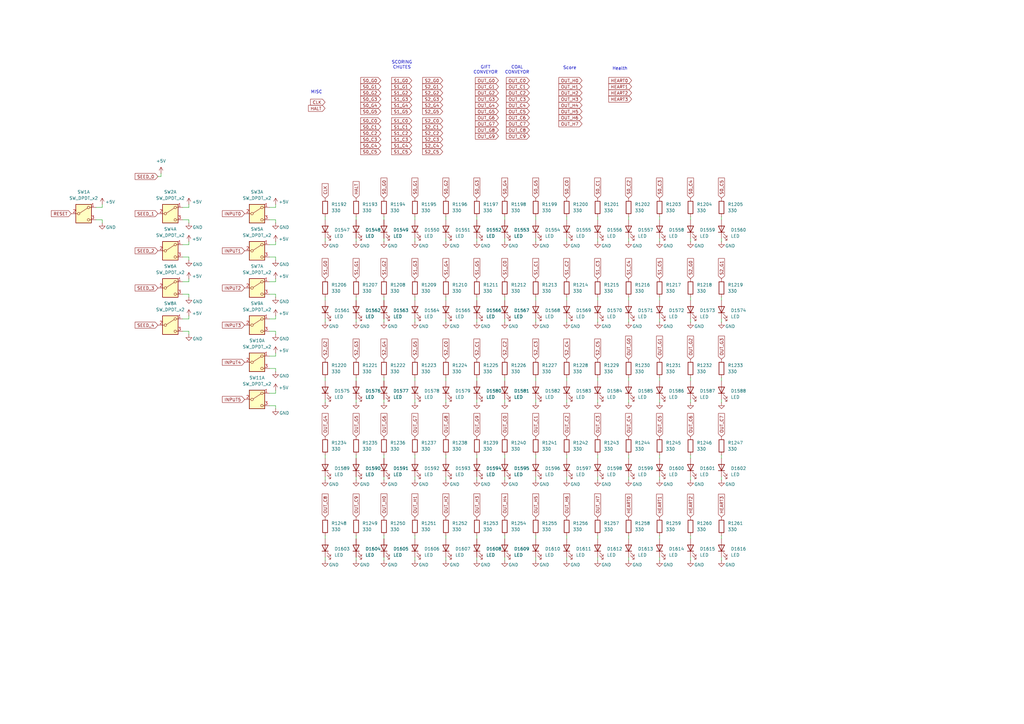
<source format=kicad_sch>
(kicad_sch (version 20250114) (generator "eeschema") (generator_version "9.0")
  (paper "A3")
  (title_block (title "Santa's Microfactory - Input and Output") (date "2026-01-04") (company "Logan Peterson"))
  (text "Health" (at 254.254 28.194 0) (effects (font (size 1.27 1.27))))
  (text "SCORING\nCHUTES" (at 164.846 26.67 0) (effects (font (size 1.27 1.27))))
  (text "GIFT\nCONVEYOR" (at 199.136 28.702 0) (effects (font (size 1.27 1.27))))
  (text "MISC" (at 129.794 37.846 0) (effects (font (size 1.27 1.27))))
  (text "Score" (at 233.68 27.94 0) (effects (font (size 1.27 1.27))))
  (text "COAL\nCONVEYOR" (at 212.09 28.702 0) (effects (font (size 1.27 1.27))))
  (wire (pts (xy 257.81 219.71) (xy 257.81 220.98)))
  (wire (pts (xy 283.21 154.94) (xy 283.21 156.21)))
  (wire (pts (xy 207.01 154.94) (xy 207.01 156.21)))
  (wire (pts (xy 219.71 219.71) (xy 219.71 220.98)))
  (wire (pts (xy 113.03 105.41) (xy 113.03 106.68)))
  (wire (pts (xy 245.11 130.81) (xy 245.11 132.08)))
  (wire (pts (xy 113.03 115.57) (xy 113.03 114.3)))
  (wire (pts (xy 219.71 229.87) (xy 219.71 228.6)))
  (wire (pts (xy 74.93 90.17) (xy 77.47 90.17)))
  (wire (pts (xy 74.93 100.33) (xy 77.47 100.33)))
  (wire (pts (xy 257.81 195.58) (xy 257.81 196.85)))
  (wire (pts (xy 157.48 88.9) (xy 157.48 90.17)))
  (wire (pts (xy 77.47 130.81) (xy 77.47 129.54)))
  (wire (pts (xy 110.49 115.57) (xy 113.03 115.57)))
  (wire (pts (xy 157.48 154.94) (xy 157.48 156.21)))
  (wire (pts (xy 110.49 105.41) (xy 113.03 105.41)))
  (wire (pts (xy 270.51 154.94) (xy 270.51 156.21)))
  (wire (pts (xy 170.18 195.58) (xy 170.18 196.85)))
  (wire (pts (xy 257.81 229.87) (xy 257.81 228.6)))
  (wire (pts (xy 257.81 154.94) (xy 257.81 156.21)))
  (wire (pts (xy 207.01 88.9) (xy 207.01 90.17)))
  (wire (pts (xy 170.18 186.69) (xy 170.18 187.96)))
  (wire (pts (xy 74.93 115.57) (xy 77.47 115.57)))
  (wire (pts (xy 74.93 120.65) (xy 77.47 120.65)))
  (wire (pts (xy 110.49 85.09) (xy 113.03 85.09)))
  (wire (pts (xy 295.91 219.71) (xy 295.91 220.98)))
  (wire (pts (xy 133.35 121.92) (xy 133.35 123.19)))
  (wire (pts (xy 195.58 130.81) (xy 195.58 132.08)))
  (wire (pts (xy 283.21 165.1) (xy 283.21 163.83)))
  (wire (pts (xy 39.37 85.09) (xy 41.91 85.09)))
  (wire (pts (xy 170.18 121.92) (xy 170.18 123.19)))
  (wire (pts (xy 113.03 100.33) (xy 113.03 99.06)))
  (wire (pts (xy 113.03 166.37) (xy 113.03 167.64)))
  (wire (pts (xy 245.11 186.69) (xy 245.11 187.96)))
  (wire (pts (xy 295.91 186.69) (xy 295.91 187.96)))
  (wire (pts (xy 245.11 154.94) (xy 245.11 156.21)))
  (wire (pts (xy 133.35 154.94) (xy 133.35 156.21)))
  (wire (pts (xy 219.71 186.69) (xy 219.71 187.96)))
  (wire (pts (xy 219.71 99.06) (xy 219.71 97.79)))
  (wire (pts (xy 270.51 88.9) (xy 270.51 90.17)))
  (wire (pts (xy 182.88 99.06) (xy 182.88 97.79)))
  (wire (pts (xy 232.41 229.87) (xy 232.41 228.6)))
  (wire (pts (xy 283.21 186.69) (xy 283.21 187.96)))
  (wire (pts (xy 232.41 186.69) (xy 232.41 187.96)))
  (wire (pts (xy 170.18 99.06) (xy 170.18 97.79)))
  (wire (pts (xy 182.88 186.69) (xy 182.88 187.96)))
  (wire (pts (xy 113.03 90.17) (xy 113.03 91.44)))
  (wire (pts (xy 245.11 195.58) (xy 245.11 196.85)))
  (wire (pts (xy 77.47 85.09) (xy 77.47 83.82)))
  (wire (pts (xy 232.41 99.06) (xy 232.41 97.79)))
  (wire (pts (xy 257.81 88.9) (xy 257.81 90.17)))
  (wire (pts (xy 219.71 154.94) (xy 219.71 156.21)))
  (wire (pts (xy 270.51 130.81) (xy 270.51 132.08)))
  (wire (pts (xy 195.58 219.71) (xy 195.58 220.98)))
  (wire (pts (xy 182.88 165.1) (xy 182.88 163.83)))
  (wire (pts (xy 295.91 154.94) (xy 295.91 156.21)))
  (wire (pts (xy 195.58 121.92) (xy 195.58 123.19)))
  (wire (pts (xy 295.91 195.58) (xy 295.91 196.85)))
  (wire (pts (xy 295.91 229.87) (xy 295.91 228.6)))
  (wire (pts (xy 207.01 130.81) (xy 207.01 132.08)))
  (wire (pts (xy 74.93 85.09) (xy 77.47 85.09)))
  (wire (pts (xy 170.18 165.1) (xy 170.18 163.83)))
  (wire (pts (xy 113.03 85.09) (xy 113.03 83.82)))
  (wire (pts (xy 283.21 195.58) (xy 283.21 196.85)))
  (wire (pts (xy 77.47 120.65) (xy 77.47 121.92)))
  (wire (pts (xy 295.91 130.81) (xy 295.91 132.08)))
  (wire (pts (xy 110.49 166.37) (xy 113.03 166.37)))
  (wire (pts (xy 182.88 219.71) (xy 182.88 220.98)))
  (wire (pts (xy 74.93 105.41) (xy 77.47 105.41)))
  (wire (pts (xy 66.04 72.39) (xy 64.77 72.39)))
  (wire (pts (xy 232.41 121.92) (xy 232.41 123.19)))
  (wire (pts (xy 270.51 165.1) (xy 270.51 163.83)))
  (wire (pts (xy 195.58 186.69) (xy 195.58 187.96)))
  (wire (pts (xy 207.01 99.06) (xy 207.01 97.79)))
  (wire (pts (xy 295.91 165.1) (xy 295.91 163.83)))
  (wire (pts (xy 245.11 219.71) (xy 245.11 220.98)))
  (wire (pts (xy 182.88 229.87) (xy 182.88 228.6)))
  (wire (pts (xy 195.58 88.9) (xy 195.58 90.17)))
  (wire (pts (xy 157.48 121.92) (xy 157.48 123.19)))
  (wire (pts (xy 146.05 88.9) (xy 146.05 90.17)))
  (wire (pts (xy 146.05 229.87) (xy 146.05 228.6)))
  (wire (pts (xy 270.51 195.58) (xy 270.51 196.85)))
  (wire (pts (xy 110.49 90.17) (xy 113.03 90.17)))
  (wire (pts (xy 182.88 195.58) (xy 182.88 196.85)))
  (wire (pts (xy 195.58 99.06) (xy 195.58 97.79)))
  (wire (pts (xy 157.48 186.69) (xy 157.48 187.96)))
  (wire (pts (xy 110.49 120.65) (xy 113.03 120.65)))
  (wire (pts (xy 170.18 219.71) (xy 170.18 220.98)))
  (wire (pts (xy 182.88 130.81) (xy 182.88 132.08)))
  (wire (pts (xy 207.01 195.58) (xy 207.01 196.85)))
  (wire (pts (xy 110.49 130.81) (xy 113.03 130.81)))
  (wire (pts (xy 270.51 99.06) (xy 270.51 97.79)))
  (wire (pts (xy 257.81 186.69) (xy 257.81 187.96)))
  (wire (pts (xy 133.35 88.9) (xy 133.35 90.17)))
  (wire (pts (xy 283.21 99.06) (xy 283.21 97.79)))
  (wire (pts (xy 257.81 165.1) (xy 257.81 163.83)))
  (wire (pts (xy 207.01 229.87) (xy 207.01 228.6)))
  (wire (pts (xy 232.41 88.9) (xy 232.41 90.17)))
  (wire (pts (xy 219.71 195.58) (xy 219.71 196.85)))
  (wire (pts (xy 133.35 99.06) (xy 133.35 97.79)))
  (wire (pts (xy 257.81 99.06) (xy 257.81 97.79)))
  (wire (pts (xy 113.03 161.29) (xy 113.03 160.02)))
  (wire (pts (xy 133.35 229.87) (xy 133.35 228.6)))
  (wire (pts (xy 245.11 121.92) (xy 245.11 123.19)))
  (wire (pts (xy 157.48 99.06) (xy 157.48 97.79)))
  (wire (pts (xy 270.51 186.69) (xy 270.51 187.96)))
  (wire (pts (xy 146.05 130.81) (xy 146.05 132.08)))
  (wire (pts (xy 295.91 99.06) (xy 295.91 97.79)))
  (wire (pts (xy 283.21 130.81) (xy 283.21 132.08)))
  (wire (pts (xy 283.21 121.92) (xy 283.21 123.19)))
  (wire (pts (xy 157.48 130.81) (xy 157.48 132.08)))
  (wire (pts (xy 113.03 135.89) (xy 113.03 137.16)))
  (wire (pts (xy 170.18 229.87) (xy 170.18 228.6)))
  (wire (pts (xy 270.51 219.71) (xy 270.51 220.98)))
  (wire (pts (xy 77.47 135.89) (xy 77.47 137.16)))
  (wire (pts (xy 77.47 115.57) (xy 77.47 114.3)))
  (wire (pts (xy 219.71 130.81) (xy 219.71 132.08)))
  (wire (pts (xy 232.41 165.1) (xy 232.41 163.83)))
  (wire (pts (xy 207.01 121.92) (xy 207.01 123.19)))
  (wire (pts (xy 110.49 135.89) (xy 113.03 135.89)))
  (wire (pts (xy 146.05 219.71) (xy 146.05 220.98)))
  (wire (pts (xy 146.05 154.94) (xy 146.05 156.21)))
  (wire (pts (xy 270.51 229.87) (xy 270.51 228.6)))
  (wire (pts (xy 219.71 121.92) (xy 219.71 123.19)))
  (wire (pts (xy 219.71 165.1) (xy 219.71 163.83)))
  (wire (pts (xy 295.91 88.9) (xy 295.91 90.17)))
  (wire (pts (xy 133.35 165.1) (xy 133.35 163.83)))
  (wire (pts (xy 157.48 165.1) (xy 157.48 163.83)))
  (wire (pts (xy 245.11 229.87) (xy 245.11 228.6)))
  (wire (pts (xy 232.41 195.58) (xy 232.41 196.85)))
  (wire (pts (xy 113.03 130.81) (xy 113.03 129.54)))
  (wire (pts (xy 41.91 90.17) (xy 41.91 91.44)))
  (wire (pts (xy 110.49 100.33) (xy 113.03 100.33)))
  (wire (pts (xy 146.05 165.1) (xy 146.05 163.83)))
  (wire (pts (xy 283.21 88.9) (xy 283.21 90.17)))
  (wire (pts (xy 232.41 154.94) (xy 232.41 156.21)))
  (wire (pts (xy 146.05 186.69) (xy 146.05 187.96)))
  (wire (pts (xy 74.93 130.81) (xy 77.47 130.81)))
  (wire (pts (xy 157.48 229.87) (xy 157.48 228.6)))
  (wire (pts (xy 245.11 165.1) (xy 245.11 163.83)))
  (wire (pts (xy 41.91 85.09) (xy 41.91 83.82)))
  (wire (pts (xy 207.01 219.71) (xy 207.01 220.98)))
  (wire (pts (xy 74.93 135.89) (xy 77.47 135.89)))
  (wire (pts (xy 170.18 88.9) (xy 170.18 90.17)))
  (wire (pts (xy 195.58 165.1) (xy 195.58 163.83)))
  (wire (pts (xy 182.88 121.92) (xy 182.88 123.19)))
  (wire (pts (xy 232.41 219.71) (xy 232.41 220.98)))
  (wire (pts (xy 195.58 229.87) (xy 195.58 228.6)))
  (wire (pts (xy 283.21 219.71) (xy 283.21 220.98)))
  (wire (pts (xy 77.47 100.33) (xy 77.47 99.06)))
  (wire (pts (xy 113.03 146.05) (xy 113.03 144.78)))
  (wire (pts (xy 146.05 195.58) (xy 146.05 196.85)))
  (wire (pts (xy 170.18 130.81) (xy 170.18 132.08)))
  (wire (pts (xy 133.35 130.81) (xy 133.35 132.08)))
  (wire (pts (xy 77.47 105.41) (xy 77.47 106.68)))
  (wire (pts (xy 195.58 195.58) (xy 195.58 196.85)))
  (wire (pts (xy 245.11 88.9) (xy 245.11 90.17)))
  (wire (pts (xy 110.49 146.05) (xy 113.03 146.05)))
  (wire (pts (xy 77.47 90.17) (xy 77.47 91.44)))
  (wire (pts (xy 182.88 88.9) (xy 182.88 90.17)))
  (wire (pts (xy 170.18 154.94) (xy 170.18 156.21)))
  (wire (pts (xy 66.04 72.39) (xy 66.04 71.12)))
  (wire (pts (xy 182.88 154.94) (xy 182.88 156.21)))
  (wire (pts (xy 232.41 130.81) (xy 232.41 132.08)))
  (wire (pts (xy 157.48 195.58) (xy 157.48 196.85)))
  (wire (pts (xy 195.58 154.94) (xy 195.58 156.21)))
  (wire (pts (xy 133.35 219.71) (xy 133.35 220.98)))
  (wire (pts (xy 257.81 121.92) (xy 257.81 123.19)))
  (wire (pts (xy 146.05 99.06) (xy 146.05 97.79)))
  (wire (pts (xy 146.05 121.92) (xy 146.05 123.19)))
  (wire (pts (xy 219.71 88.9) (xy 219.71 90.17)))
  (wire (pts (xy 245.11 99.06) (xy 245.11 97.79)))
  (wire (pts (xy 283.21 229.87) (xy 283.21 228.6)))
  (wire (pts (xy 39.37 90.17) (xy 41.91 90.17)))
  (wire (pts (xy 133.35 195.58) (xy 133.35 196.85)))
  (wire (pts (xy 257.81 130.81) (xy 257.81 132.08)))
  (wire (pts (xy 295.91 121.92) (xy 295.91 123.19)))
  (wire (pts (xy 113.03 151.13) (xy 113.03 152.4)))
  (wire (pts (xy 133.35 186.69) (xy 133.35 187.96)))
  (wire (pts (xy 113.03 120.65) (xy 113.03 121.92)))
  (wire (pts (xy 207.01 165.1) (xy 207.01 163.83)))
  (wire (pts (xy 110.49 151.13) (xy 113.03 151.13)))
  (wire (pts (xy 157.48 219.71) (xy 157.48 220.98)))
  (wire (pts (xy 110.49 161.29) (xy 113.03 161.29)))
  (wire (pts (xy 207.01 186.69) (xy 207.01 187.96)))
  (wire (pts (xy 270.51 121.92) (xy 270.51 123.19)))
  (global_label "RESET" (shape input) (at 29.21 87.63 180) (property "Intersheetrefs" "${INTERSHEET_REFS}" (effects (hide yes))))
  (global_label "S0_G1" (shape input) (at 156.21 35.56 180) (property "Intersheetrefs" "${INTERSHEET_REFS}" (effects (hide yes))))
  (global_label "S0_G4" (shape input) (at 207.01 81.28 90) (property "Intersheetrefs" "${INTERSHEET_REFS}" (effects (hide yes))))
  (global_label "OUT_H0" (shape input) (at 238.76 33.02 180) (property "Intersheetrefs" "${INTERSHEET_REFS}" (effects (hide yes))))
  (global_label "OUT_C1" (shape input) (at 219.71 179.07 90) (property "Intersheetrefs" "${INTERSHEET_REFS}" (effects (hide yes))))
  (global_label "S1_C3" (shape input) (at 245.11 114.3 90) (property "Intersheetrefs" "${INTERSHEET_REFS}" (effects (hide yes))))
  (global_label "OUT_G8" (shape input) (at 204.47 53.34 180) (property "Intersheetrefs" "${INTERSHEET_REFS}" (effects (hide yes))))
  (global_label "S2_C1" (shape input) (at 181.61 52.07 180) (property "Intersheetrefs" "${INTERSHEET_REFS}" (effects (hide yes))))
  (global_label "OUT_C0" (shape input) (at 217.17 33.02 180) (property "Intersheetrefs" "${INTERSHEET_REFS}" (effects (hide yes))))
  (global_label "S0_G5" (shape input) (at 219.71 81.28 90) (property "Intersheetrefs" "${INTERSHEET_REFS}" (effects (hide yes))))
  (global_label "S0_C0" (shape input) (at 156.21 49.53 180) (property "Intersheetrefs" "${INTERSHEET_REFS}" (effects (hide yes))))
  (global_label "S2_G4" (shape input) (at 181.61 43.18 180) (property "Intersheetrefs" "${INTERSHEET_REFS}" (effects (hide yes))))
  (global_label "HEART3" (shape input) (at 259.08 40.64 180) (property "Intersheetrefs" "${INTERSHEET_REFS}" (effects (hide yes))))
  (global_label "S0_C3" (shape input) (at 156.21 57.15 180) (property "Intersheetrefs" "${INTERSHEET_REFS}" (effects (hide yes))))
  (global_label "CLK" (shape input) (at 133.35 41.91 180) (property "Intersheetrefs" "${INTERSHEET_REFS}" (effects (hide yes))))
  (global_label "S0_C4" (shape input) (at 283.21 81.28 90) (property "Intersheetrefs" "${INTERSHEET_REFS}" (effects (hide yes))))
  (global_label "HEART1" (shape input) (at 259.08 35.56 180) (property "Intersheetrefs" "${INTERSHEET_REFS}" (effects (hide yes))))
  (global_label "HEART0" (shape input) (at 259.08 33.02 180) (property "Intersheetrefs" "${INTERSHEET_REFS}" (effects (hide yes))))
  (global_label "S1_G2" (shape input) (at 168.91 38.1 180) (property "Intersheetrefs" "${INTERSHEET_REFS}" (effects (hide yes))))
  (global_label "S2_C0" (shape input) (at 182.88 147.32 90) (property "Intersheetrefs" "${INTERSHEET_REFS}" (effects (hide yes))))
  (global_label "OUT_G2" (shape input) (at 283.21 147.32 90) (property "Intersheetrefs" "${INTERSHEET_REFS}" (effects (hide yes))))
  (global_label "S1_G4" (shape input) (at 182.88 114.3 90) (property "Intersheetrefs" "${INTERSHEET_REFS}" (effects (hide yes))))
  (global_label "S1_G0" (shape input) (at 133.35 114.3 90) (property "Intersheetrefs" "${INTERSHEET_REFS}" (effects (hide yes))))
  (global_label "OUT_H3" (shape input) (at 195.58 212.09 90) (property "Intersheetrefs" "${INTERSHEET_REFS}" (effects (hide yes))))
  (global_label "OUT_H4" (shape input) (at 207.01 212.09 90) (property "Intersheetrefs" "${INTERSHEET_REFS}" (effects (hide yes))))
  (global_label "S2_C2" (shape input) (at 207.01 147.32 90) (property "Intersheetrefs" "${INTERSHEET_REFS}" (effects (hide yes))))
  (global_label "OUT_C6" (shape input) (at 217.17 48.26 180) (property "Intersheetrefs" "${INTERSHEET_REFS}" (effects (hide yes))))
  (global_label "SEED_2" (shape input) (at 64.77 102.87 180) (property "Intersheetrefs" "${INTERSHEET_REFS}" (effects (hide yes))))
  (global_label "OUT_C4" (shape input) (at 217.17 43.18 180) (property "Intersheetrefs" "${INTERSHEET_REFS}" (effects (hide yes))))
  (global_label "S2_C2" (shape input) (at 181.61 54.61 180) (property "Intersheetrefs" "${INTERSHEET_REFS}" (effects (hide yes))))
  (global_label "OUT_G4" (shape input) (at 204.47 43.18 180) (property "Intersheetrefs" "${INTERSHEET_REFS}" (effects (hide yes))))
  (global_label "SEED_4" (shape input) (at 64.77 133.35 180) (property "Intersheetrefs" "${INTERSHEET_REFS}" (effects (hide yes))))
  (global_label "S0_G0" (shape input) (at 156.21 33.02 180) (property "Intersheetrefs" "${INTERSHEET_REFS}" (effects (hide yes))))
  (global_label "OUT_H1" (shape input) (at 238.76 35.56 180) (property "Intersheetrefs" "${INTERSHEET_REFS}" (effects (hide yes))))
  (global_label "S0_G3" (shape input) (at 156.21 40.64 180) (property "Intersheetrefs" "${INTERSHEET_REFS}" (effects (hide yes))))
  (global_label "OUT_G1" (shape input) (at 270.51 147.32 90) (property "Intersheetrefs" "${INTERSHEET_REFS}" (effects (hide yes))))
  (global_label "S2_G4" (shape input) (at 157.48 147.32 90) (property "Intersheetrefs" "${INTERSHEET_REFS}" (effects (hide yes))))
  (global_label "S0_G2" (shape input) (at 156.21 38.1 180) (property "Intersheetrefs" "${INTERSHEET_REFS}" (effects (hide yes))))
  (global_label "OUT_C5" (shape input) (at 270.51 179.07 90) (property "Intersheetrefs" "${INTERSHEET_REFS}" (effects (hide yes))))
  (global_label "S2_G5" (shape input) (at 181.61 45.72 180) (property "Intersheetrefs" "${INTERSHEET_REFS}" (effects (hide yes))))
  (global_label "OUT_G3" (shape input) (at 204.47 40.64 180) (property "Intersheetrefs" "${INTERSHEET_REFS}" (effects (hide yes))))
  (global_label "S0_G1" (shape input) (at 170.18 81.28 90) (property "Intersheetrefs" "${INTERSHEET_REFS}" (effects (hide yes))))
  (global_label "S1_G0" (shape input) (at 168.91 33.02 180) (property "Intersheetrefs" "${INTERSHEET_REFS}" (effects (hide yes))))
  (global_label "S1_C2" (shape input) (at 232.41 114.3 90) (property "Intersheetrefs" "${INTERSHEET_REFS}" (effects (hide yes))))
  (global_label "OUT_H3" (shape input) (at 238.76 40.64 180) (property "Intersheetrefs" "${INTERSHEET_REFS}" (effects (hide yes))))
  (global_label "CLK" (shape input) (at 133.35 81.28 90) (property "Intersheetrefs" "${INTERSHEET_REFS}" (effects (hide yes))))
  (global_label "OUT_C3" (shape input) (at 217.17 40.64 180) (property "Intersheetrefs" "${INTERSHEET_REFS}" (effects (hide yes))))
  (global_label "S1_C3" (shape input) (at 168.91 57.15 180) (property "Intersheetrefs" "${INTERSHEET_REFS}" (effects (hide yes))))
  (global_label "S1_C2" (shape input) (at 168.91 54.61 180) (property "Intersheetrefs" "${INTERSHEET_REFS}" (effects (hide yes))))
  (global_label "S1_G4" (shape input) (at 168.91 43.18 180) (property "Intersheetrefs" "${INTERSHEET_REFS}" (effects (hide yes))))
  (global_label "HEART3" (shape input) (at 295.91 212.09 90) (property "Intersheetrefs" "${INTERSHEET_REFS}" (effects (hide yes))))
  (global_label "S2_C5" (shape input) (at 245.11 147.32 90) (property "Intersheetrefs" "${INTERSHEET_REFS}" (effects (hide yes))))
  (global_label "S0_G0" (shape input) (at 157.48 81.28 90) (property "Intersheetrefs" "${INTERSHEET_REFS}" (effects (hide yes))))
  (global_label "S2_G2" (shape input) (at 181.61 38.1 180) (property "Intersheetrefs" "${INTERSHEET_REFS}" (effects (hide yes))))
  (global_label "S1_C0" (shape input) (at 207.01 114.3 90) (property "Intersheetrefs" "${INTERSHEET_REFS}" (effects (hide yes))))
  (global_label "S1_C4" (shape input) (at 257.81 114.3 90) (property "Intersheetrefs" "${INTERSHEET_REFS}" (effects (hide yes))))
  (global_label "INPUT2" (shape input) (at 100.33 118.11 180) (property "Intersheetrefs" "${INTERSHEET_REFS}" (effects (hide yes))))
  (global_label "SEED_3" (shape input) (at 64.77 118.11 180) (property "Intersheetrefs" "${INTERSHEET_REFS}" (effects (hide yes))))
  (global_label "S1_C5" (shape input) (at 168.91 62.23 180) (property "Intersheetrefs" "${INTERSHEET_REFS}" (effects (hide yes))))
  (global_label "OUT_H2" (shape input) (at 182.88 212.09 90) (property "Intersheetrefs" "${INTERSHEET_REFS}" (effects (hide yes))))
  (global_label "S1_C5" (shape input) (at 270.51 114.3 90) (property "Intersheetrefs" "${INTERSHEET_REFS}" (effects (hide yes))))
  (global_label "S2_G3" (shape input) (at 146.05 147.32 90) (property "Intersheetrefs" "${INTERSHEET_REFS}" (effects (hide yes))))
  (global_label "OUT_C6" (shape input) (at 283.21 179.07 90) (property "Intersheetrefs" "${INTERSHEET_REFS}" (effects (hide yes))))
  (global_label "SEED_0" (shape input) (at 64.77 72.39 180) (property "Intersheetrefs" "${INTERSHEET_REFS}" (effects (hide yes))))
  (global_label "S0_C2" (shape input) (at 156.21 54.61 180) (property "Intersheetrefs" "${INTERSHEET_REFS}" (effects (hide yes))))
  (global_label "OUT_C3" (shape input) (at 245.11 179.07 90) (property "Intersheetrefs" "${INTERSHEET_REFS}" (effects (hide yes))))
  (global_label "S1_G5" (shape input) (at 168.91 45.72 180) (property "Intersheetrefs" "${INTERSHEET_REFS}" (effects (hide yes))))
  (global_label "S0_G5" (shape input) (at 156.21 45.72 180) (property "Intersheetrefs" "${INTERSHEET_REFS}" (effects (hide yes))))
  (global_label "OUT_G0" (shape input) (at 204.47 33.02 180) (property "Intersheetrefs" "${INTERSHEET_REFS}" (effects (hide yes))))
  (global_label "S1_G1" (shape input) (at 168.91 35.56 180) (property "Intersheetrefs" "${INTERSHEET_REFS}" (effects (hide yes))))
  (global_label "S0_C5" (shape input) (at 295.91 81.28 90) (property "Intersheetrefs" "${INTERSHEET_REFS}" (effects (hide yes))))
  (global_label "INPUT0" (shape input) (at 100.33 87.63 180) (property "Intersheetrefs" "${INTERSHEET_REFS}" (effects (hide yes))))
  (global_label "OUT_H7" (shape input) (at 238.76 50.8 180) (property "Intersheetrefs" "${INTERSHEET_REFS}" (effects (hide yes))))
  (global_label "S0_C4" (shape input) (at 156.21 59.69 180) (property "Intersheetrefs" "${INTERSHEET_REFS}" (effects (hide yes))))
  (global_label "S2_G3" (shape input) (at 181.61 40.64 180) (property "Intersheetrefs" "${INTERSHEET_REFS}" (effects (hide yes))))
  (global_label "HEART1" (shape input) (at 270.51 212.09 90) (property "Intersheetrefs" "${INTERSHEET_REFS}" (effects (hide yes))))
  (global_label "HALT" (shape input) (at 146.05 81.28 90) (property "Intersheetrefs" "${INTERSHEET_REFS}" (effects (hide yes))))
  (global_label "S1_C0" (shape input) (at 168.91 49.53 180) (property "Intersheetrefs" "${INTERSHEET_REFS}" (effects (hide yes))))
  (global_label "S1_G3" (shape input) (at 170.18 114.3 90) (property "Intersheetrefs" "${INTERSHEET_REFS}" (effects (hide yes))))
  (global_label "INPUT4" (shape input) (at 100.33 148.59 180) (property "Intersheetrefs" "${INTERSHEET_REFS}" (effects (hide yes))))
  (global_label "S0_C0" (shape input) (at 232.41 81.28 90) (property "Intersheetrefs" "${INTERSHEET_REFS}" (effects (hide yes))))
  (global_label "S0_G2" (shape input) (at 182.88 81.28 90) (property "Intersheetrefs" "${INTERSHEET_REFS}" (effects (hide yes))))
  (global_label "S2_G1" (shape input) (at 295.91 114.3 90) (property "Intersheetrefs" "${INTERSHEET_REFS}" (effects (hide yes))))
  (global_label "S2_C4" (shape input) (at 232.41 147.32 90) (property "Intersheetrefs" "${INTERSHEET_REFS}" (effects (hide yes))))
  (global_label "OUT_C5" (shape input) (at 217.17 45.72 180) (property "Intersheetrefs" "${INTERSHEET_REFS}" (effects (hide yes))))
  (global_label "S0_C5" (shape input) (at 156.21 62.23 180) (property "Intersheetrefs" "${INTERSHEET_REFS}" (effects (hide yes))))
  (global_label "S2_C0" (shape input) (at 181.61 49.53 180) (property "Intersheetrefs" "${INTERSHEET_REFS}" (effects (hide yes))))
  (global_label "S2_C3" (shape input) (at 219.71 147.32 90) (property "Intersheetrefs" "${INTERSHEET_REFS}" (effects (hide yes))))
  (global_label "INPUT3" (shape input) (at 100.33 133.35 180) (property "Intersheetrefs" "${INTERSHEET_REFS}" (effects (hide yes))))
  (global_label "OUT_C8" (shape input) (at 133.35 212.09 90) (property "Intersheetrefs" "${INTERSHEET_REFS}" (effects (hide yes))))
  (global_label "S2_G0" (shape input) (at 181.61 33.02 180) (property "Intersheetrefs" "${INTERSHEET_REFS}" (effects (hide yes))))
  (global_label "OUT_H1" (shape input) (at 170.18 212.09 90) (property "Intersheetrefs" "${INTERSHEET_REFS}" (effects (hide yes))))
  (global_label "OUT_C7" (shape input) (at 295.91 179.07 90) (property "Intersheetrefs" "${INTERSHEET_REFS}" (effects (hide yes))))
  (global_label "INPUT5" (shape input) (at 100.33 163.83 180) (property "Intersheetrefs" "${INTERSHEET_REFS}" (effects (hide yes))))
  (global_label "S1_G3" (shape input) (at 168.91 40.64 180) (property "Intersheetrefs" "${INTERSHEET_REFS}" (effects (hide yes))))
  (global_label "S2_G0" (shape input) (at 283.21 114.3 90) (property "Intersheetrefs" "${INTERSHEET_REFS}" (effects (hide yes))))
  (global_label "OUT_C8" (shape input) (at 217.17 53.34 180) (property "Intersheetrefs" "${INTERSHEET_REFS}" (effects (hide yes))))
  (global_label "OUT_G5" (shape input) (at 146.05 179.07 90) (property "Intersheetrefs" "${INTERSHEET_REFS}" (effects (hide yes))))
  (global_label "OUT_C2" (shape input) (at 217.17 38.1 180) (property "Intersheetrefs" "${INTERSHEET_REFS}" (effects (hide yes))))
  (global_label "OUT_C2" (shape input) (at 232.41 179.07 90) (property "Intersheetrefs" "${INTERSHEET_REFS}" (effects (hide yes))))
  (global_label "OUT_G8" (shape input) (at 182.88 179.07 90) (property "Intersheetrefs" "${INTERSHEET_REFS}" (effects (hide yes))))
  (global_label "OUT_G9" (shape input) (at 204.47 55.88 180) (property "Intersheetrefs" "${INTERSHEET_REFS}" (effects (hide yes))))
  (global_label "OUT_G6" (shape input) (at 204.47 48.26 180) (property "Intersheetrefs" "${INTERSHEET_REFS}" (effects (hide yes))))
  (global_label "S2_C5" (shape input) (at 181.61 62.23 180) (property "Intersheetrefs" "${INTERSHEET_REFS}" (effects (hide yes))))
  (global_label "S2_C4" (shape input) (at 181.61 59.69 180) (property "Intersheetrefs" "${INTERSHEET_REFS}" (effects (hide yes))))
  (global_label "OUT_H0" (shape input) (at 157.48 212.09 90) (property "Intersheetrefs" "${INTERSHEET_REFS}" (effects (hide yes))))
  (global_label "SEED_1" (shape input) (at 64.77 87.63 180) (property "Intersheetrefs" "${INTERSHEET_REFS}" (effects (hide yes))))
  (global_label "OUT_G6" (shape input) (at 157.48 179.07 90) (property "Intersheetrefs" "${INTERSHEET_REFS}" (effects (hide yes))))
  (global_label "OUT_H5" (shape input) (at 238.76 45.72 180) (property "Intersheetrefs" "${INTERSHEET_REFS}" (effects (hide yes))))
  (global_label "S0_C3" (shape input) (at 270.51 81.28 90) (property "Intersheetrefs" "${INTERSHEET_REFS}" (effects (hide yes))))
  (global_label "OUT_G1" (shape input) (at 204.47 35.56 180) (property "Intersheetrefs" "${INTERSHEET_REFS}" (effects (hide yes))))
  (global_label "S0_C2" (shape input) (at 257.81 81.28 90) (property "Intersheetrefs" "${INTERSHEET_REFS}" (effects (hide yes))))
  (global_label "S2_C1" (shape input) (at 195.58 147.32 90) (property "Intersheetrefs" "${INTERSHEET_REFS}" (effects (hide yes))))
  (global_label "OUT_C9" (shape input) (at 217.17 55.88 180) (property "Intersheetrefs" "${INTERSHEET_REFS}" (effects (hide yes))))
  (global_label "OUT_G7" (shape input) (at 204.47 50.8 180) (property "Intersheetrefs" "${INTERSHEET_REFS}" (effects (hide yes))))
  (global_label "OUT_C7" (shape input) (at 217.17 50.8 180) (property "Intersheetrefs" "${INTERSHEET_REFS}" (effects (hide yes))))
  (global_label "INPUT1" (shape input) (at 100.33 102.87 180) (property "Intersheetrefs" "${INTERSHEET_REFS}" (effects (hide yes))))
  (global_label "HEART2" (shape input) (at 259.08 38.1 180) (property "Intersheetrefs" "${INTERSHEET_REFS}" (effects (hide yes))))
  (global_label "HALT" (shape input) (at 133.35 44.45 180) (property "Intersheetrefs" "${INTERSHEET_REFS}" (effects (hide yes))))
  (global_label "S1_C1" (shape input) (at 219.71 114.3 90) (property "Intersheetrefs" "${INTERSHEET_REFS}" (effects (hide yes))))
  (global_label "OUT_H7" (shape input) (at 245.11 212.09 90) (property "Intersheetrefs" "${INTERSHEET_REFS}" (effects (hide yes))))
  (global_label "S1_G5" (shape input) (at 195.58 114.3 90) (property "Intersheetrefs" "${INTERSHEET_REFS}" (effects (hide yes))))
  (global_label "OUT_G3" (shape input) (at 295.91 147.32 90) (property "Intersheetrefs" "${INTERSHEET_REFS}" (effects (hide yes))))
  (global_label "S1_C1" (shape input) (at 168.91 52.07 180) (property "Intersheetrefs" "${INTERSHEET_REFS}" (effects (hide yes))))
  (global_label "OUT_C9" (shape input) (at 146.05 212.09 90) (property "Intersheetrefs" "${INTERSHEET_REFS}" (effects (hide yes))))
  (global_label "HEART0" (shape input) (at 257.81 212.09 90) (property "Intersheetrefs" "${INTERSHEET_REFS}" (effects (hide yes))))
  (global_label "OUT_H6" (shape input) (at 238.76 48.26 180) (property "Intersheetrefs" "${INTERSHEET_REFS}" (effects (hide yes))))
  (global_label "OUT_C4" (shape input) (at 257.81 179.07 90) (property "Intersheetrefs" "${INTERSHEET_REFS}" (effects (hide yes))))
  (global_label "S2_G1" (shape input) (at 181.61 35.56 180) (property "Intersheetrefs" "${INTERSHEET_REFS}" (effects (hide yes))))
  (global_label "S0_G3" (shape input) (at 195.58 81.28 90) (property "Intersheetrefs" "${INTERSHEET_REFS}" (effects (hide yes))))
  (global_label "S1_C4" (shape input) (at 168.91 59.69 180) (property "Intersheetrefs" "${INTERSHEET_REFS}" (effects (hide yes))))
  (global_label "HEART2" (shape input) (at 283.21 212.09 90) (property "Intersheetrefs" "${INTERSHEET_REFS}" (effects (hide yes))))
  (global_label "OUT_G9" (shape input) (at 195.58 179.07 90) (property "Intersheetrefs" "${INTERSHEET_REFS}" (effects (hide yes))))
  (global_label "OUT_G4" (shape input) (at 133.35 179.07 90) (property "Intersheetrefs" "${INTERSHEET_REFS}" (effects (hide yes))))
  (global_label "OUT_H4" (shape input) (at 238.76 43.18 180) (property "Intersheetrefs" "${INTERSHEET_REFS}" (effects (hide yes))))
  (global_label "S2_G5" (shape input) (at 170.18 147.32 90) (property "Intersheetrefs" "${INTERSHEET_REFS}" (effects (hide yes))))
  (global_label "S1_G1" (shape input) (at 146.05 114.3 90) (property "Intersheetrefs" "${INTERSHEET_REFS}" (effects (hide yes))))
  (global_label "OUT_G7" (shape input) (at 170.18 179.07 90) (property "Intersheetrefs" "${INTERSHEET_REFS}" (effects (hide yes))))
  (global_label "S0_G4" (shape input) (at 156.21 43.18 180) (property "Intersheetrefs" "${INTERSHEET_REFS}" (effects (hide yes))))
  (global_label "OUT_C1" (shape input) (at 217.17 35.56 180) (property "Intersheetrefs" "${INTERSHEET_REFS}" (effects (hide yes))))
  (global_label "OUT_H6" (shape input) (at 232.41 212.09 90) (property "Intersheetrefs" "${INTERSHEET_REFS}" (effects (hide yes))))
  (global_label "OUT_G0" (shape input) (at 257.81 147.32 90) (property "Intersheetrefs" "${INTERSHEET_REFS}" (effects (hide yes))))
  (global_label "OUT_G5" (shape input) (at 204.47 45.72 180) (property "Intersheetrefs" "${INTERSHEET_REFS}" (effects (hide yes))))
  (global_label "S2_G2" (shape input) (at 133.35 147.32 90) (property "Intersheetrefs" "${INTERSHEET_REFS}" (effects (hide yes))))
  (global_label "OUT_G2" (shape input) (at 204.47 38.1 180) (property "Intersheetrefs" "${INTERSHEET_REFS}" (effects (hide yes))))
  (global_label "S1_G2" (shape input) (at 157.48 114.3 90) (property "Intersheetrefs" "${INTERSHEET_REFS}" (effects (hide yes))))
  (global_label "OUT_C0" (shape input) (at 207.01 179.07 90) (property "Intersheetrefs" "${INTERSHEET_REFS}" (effects (hide yes))))
  (global_label "OUT_H5" (shape input) (at 219.71 212.09 90) (property "Intersheetrefs" "${INTERSHEET_REFS}" (effects (hide yes))))
  (global_label "S0_C1" (shape input) (at 245.11 81.28 90) (property "Intersheetrefs" "${INTERSHEET_REFS}" (effects (hide yes))))
  (global_label "S0_C1" (shape input) (at 156.21 52.07 180) (property "Intersheetrefs" "${INTERSHEET_REFS}" (effects (hide yes))))
  (global_label "OUT_H2" (shape input) (at 238.76 38.1 180) (property "Intersheetrefs" "${INTERSHEET_REFS}" (effects (hide yes))))
  (global_label "S2_C3" (shape input) (at 181.61 57.15 180) (property "Intersheetrefs" "${INTERSHEET_REFS}" (effects (hide yes))))
  (symbol (lib_id "Device:R") (at 219.71 151.13 0) (unit 1)
    (property "Reference" "R1227" (at 222.25 149.8599 0) (effects (justify left)))
    (property "Value" "330" (at 222.25 152.3999 0) (effects (justify left)))
    (property "Footprint" "Resistor_THT:R_Axial_DIN0207_L6.3mm_D2.5mm_P2.54mm_Vertical" (effects (hide yes)))
    (property "Description" "Resistor" (effects (hide yes)))
  )
  (symbol (lib_id "Device:R") (at 270.51 151.13 0) (unit 1)
    (property "Reference" "R1231" (at 273.05 149.8599 0) (effects (justify left)))
    (property "Value" "330" (at 273.05 152.3999 0) (effects (justify left)))
    (property "Footprint" "Resistor_THT:R_Axial_DIN0207_L6.3mm_D2.5mm_P2.54mm_Vertical" (effects (hide yes)))
    (property "Description" "Resistor" (effects (hide yes)))
  )
  (symbol (lib_id "power:+5V") (at 77.47 99.06 0) (unit 1)
    (property "Reference" "#PWR01632" (effects (hide yes)))
    (property "Value" "+5V" (at 80.772 98.044 0))
    (property "Description" "Power symbol creates a global label with name \"+5V\"" (effects (hide yes)))
  )
  (symbol (lib_id "Device:LED") (at 283.21 224.79 90) (unit 1)
    (property "Reference" "D1615" (at 287.02 225.1074 90) (effects (justify right)))
    (property "Value" "LED" (at 287.02 227.6474 90) (effects (justify right)))
    (property "Footprint" "LED_THT:LED_Rectangular_W5.0mm_H2.0mm" (effects (hide yes)))
    (property "Description" "Light emitting diode" (effects (hide yes)))
    (property "Sim.Pins" "1=K 2=A" (effects (hide yes)))
  )
  (symbol (lib_id "Device:LED") (at 219.71 191.77 90) (unit 1)
    (property "Reference" "D1596" (at 223.52 192.0874 90) (effects (justify right)))
    (property "Value" "LED" (at 223.52 194.6274 90) (effects (justify right)))
    (property "Footprint" "LED_THT:LED_Rectangular_W5.0mm_H2.0mm" (effects (hide yes)))
    (property "Description" "Light emitting diode" (effects (hide yes)))
    (property "Sim.Pins" "1=K 2=A" (effects (hide yes)))
  )
  (symbol (lib_id "Device:R") (at 195.58 118.11 0) (unit 1)
    (property "Reference" "R1211" (at 198.12 116.8399 0) (effects (justify left)))
    (property "Value" "330" (at 198.12 119.3799 0) (effects (justify left)))
    (property "Footprint" "Resistor_THT:R_Axial_DIN0207_L6.3mm_D2.5mm_P2.54mm_Vertical" (effects (hide yes)))
    (property "Description" "Resistor" (effects (hide yes)))
  )
  (symbol (lib_id "power:GND") (at 182.88 99.06 0) (unit 1)
    (property "Reference" "#PWR01638" (effects (hide yes)))
    (property "Value" "GND" (at 186.436 100.838 0))
    (property "Description" "Power symbol creates a global label with name \"GND\" , ground" (effects (hide yes)))
  )
  (symbol (lib_id "power:GND") (at 182.88 132.08 0) (unit 1)
    (property "Reference" "#PWR01660" (effects (hide yes)))
    (property "Value" "GND" (at 186.436 133.858 0))
    (property "Description" "Power symbol creates a global label with name \"GND\" , ground" (effects (hide yes)))
  )
  (symbol (lib_id "Device:R") (at 195.58 85.09 0) (unit 1)
    (property "Reference" "R1197" (at 198.12 83.8199 0) (effects (justify left)))
    (property "Value" "330" (at 198.12 86.3599 0) (effects (justify left)))
    (property "Footprint" "Resistor_THT:R_Axial_DIN0207_L6.3mm_D2.5mm_P2.54mm_Vertical" (effects (hide yes)))
    (property "Description" "Resistor" (effects (hide yes)))
  )
  (symbol (lib_id "Device:R") (at 295.91 215.9 0) (unit 1)
    (property "Reference" "R1261" (at 298.45 214.6299 0) (effects (justify left)))
    (property "Value" "330" (at 298.45 217.1699 0) (effects (justify left)))
    (property "Footprint" "Resistor_THT:R_Axial_DIN0207_L6.3mm_D2.5mm_P2.54mm_Vertical" (effects (hide yes)))
    (property "Description" "Resistor" (effects (hide yes)))
  )
  (symbol (lib_id "power:GND") (at 283.21 99.06 0) (unit 1)
    (property "Reference" "#PWR01646" (effects (hide yes)))
    (property "Value" "GND" (at 286.766 100.838 0))
    (property "Description" "Power symbol creates a global label with name \"GND\" , ground" (effects (hide yes)))
  )
  (symbol (lib_id "Device:LED") (at 157.48 93.98 90) (unit 1)
    (property "Reference" "D1549" (at 161.29 94.2974 90) (effects (justify right)))
    (property "Value" "LED" (at 161.29 96.8374 90) (effects (justify right)))
    (property "Footprint" "LED_THT:LED_Rectangular_W5.0mm_H2.0mm" (effects (hide yes)))
    (property "Description" "Light emitting diode" (effects (hide yes)))
    (property "Sim.Pins" "1=K 2=A" (effects (hide yes)))
  )
  (symbol (lib_id "power:GND") (at 257.81 196.85 0) (unit 1)
    (property "Reference" "#PWR01700" (effects (hide yes)))
    (property "Value" "GND" (at 261.366 198.628 0))
    (property "Description" "Power symbol creates a global label with name \"GND\" , ground" (effects (hide yes)))
  )
  (symbol (lib_id "Device:LED") (at 207.01 191.77 90) (unit 1)
    (property "Reference" "D1595" (at 210.82 192.0874 90) (effects (justify right)))
    (property "Value" "LED" (at 210.82 194.6274 90) (effects (justify right)))
    (property "Footprint" "LED_THT:LED_Rectangular_W5.0mm_H2.0mm" (effects (hide yes)))
    (property "Description" "Light emitting diode" (effects (hide yes)))
    (property "Sim.Pins" "1=K 2=A" (effects (hide yes)))
  )
  (symbol (lib_id "power:GND") (at 283.21 229.87 0) (unit 1)
    (property "Reference" "#PWR01716" (effects (hide yes)))
    (property "Value" "GND" (at 286.766 231.648 0))
    (property "Description" "Power symbol creates a global label with name \"GND\" , ground" (effects (hide yes)))
  )
  (symbol (lib_id "Device:R") (at 207.01 151.13 0) (unit 1)
    (property "Reference" "R1226" (at 209.55 149.8599 0) (effects (justify left)))
    (property "Value" "330" (at 209.55 152.3999 0) (effects (justify left)))
    (property "Footprint" "Resistor_THT:R_Axial_DIN0207_L6.3mm_D2.5mm_P2.54mm_Vertical" (effects (hide yes)))
    (property "Description" "Resistor" (effects (hide yes)))
  )
  (symbol (lib_id "Device:R") (at 207.01 215.9 0) (unit 1)
    (property "Reference" "R1254" (at 209.55 214.6299 0) (effects (justify left)))
    (property "Value" "330" (at 209.55 217.1699 0) (effects (justify left)))
    (property "Footprint" "Resistor_THT:R_Axial_DIN0207_L6.3mm_D2.5mm_P2.54mm_Vertical" (effects (hide yes)))
    (property "Description" "Resistor" (effects (hide yes)))
  )
  (symbol (lib_id "Device:LED") (at 245.11 160.02 90) (unit 1)
    (property "Reference" "D1584" (at 248.92 160.3374 90) (effects (justify right)))
    (property "Value" "LED" (at 248.92 162.8774 90) (effects (justify right)))
    (property "Footprint" "LED_THT:LED_Rectangular_W5.0mm_H2.0mm" (effects (hide yes)))
    (property "Description" "Light emitting diode" (effects (hide yes)))
    (property "Sim.Pins" "1=K 2=A" (effects (hide yes)))
  )
  (symbol (lib_id "Device:R") (at 170.18 182.88 0) (unit 1)
    (property "Reference" "R1237" (at 172.72 181.6099 0) (effects (justify left)))
    (property "Value" "330" (at 172.72 184.1499 0) (effects (justify left)))
    (property "Footprint" "Resistor_THT:R_Axial_DIN0207_L6.3mm_D2.5mm_P2.54mm_Vertical" (effects (hide yes)))
    (property "Description" "Resistor" (effects (hide yes)))
  )
  (symbol (lib_id "Device:R") (at 295.91 182.88 0) (unit 1)
    (property "Reference" "R1247" (at 298.45 181.6099 0) (effects (justify left)))
    (property "Value" "330" (at 298.45 184.1499 0) (effects (justify left)))
    (property "Footprint" "Resistor_THT:R_Axial_DIN0207_L6.3mm_D2.5mm_P2.54mm_Vertical" (effects (hide yes)))
    (property "Description" "Resistor" (effects (hide yes)))
  )
  (symbol (lib_id "Device:R") (at 270.51 182.88 0) (unit 1)
    (property "Reference" "R1245" (at 273.05 181.6099 0) (effects (justify left)))
    (property "Value" "330" (at 273.05 184.1499 0) (effects (justify left)))
    (property "Footprint" "Resistor_THT:R_Axial_DIN0207_L6.3mm_D2.5mm_P2.54mm_Vertical" (effects (hide yes)))
    (property "Description" "Resistor" (effects (hide yes)))
  )
  (symbol (lib_id "Device:LED") (at 232.41 93.98 90) (unit 1)
    (property "Reference" "D1555" (at 236.22 94.2974 90) (effects (justify right)))
    (property "Value" "LED" (at 236.22 96.8374 90) (effects (justify right)))
    (property "Footprint" "LED_THT:LED_Rectangular_W5.0mm_H2.0mm" (effects (hide yes)))
    (property "Description" "Light emitting diode" (effects (hide yes)))
    (property "Sim.Pins" "1=K 2=A" (effects (hide yes)))
  )
  (symbol (lib_id "Device:R") (at 232.41 215.9 0) (unit 1)
    (property "Reference" "R1256" (at 234.95 214.6299 0) (effects (justify left)))
    (property "Value" "330" (at 234.95 217.1699 0) (effects (justify left)))
    (property "Footprint" "Resistor_THT:R_Axial_DIN0207_L6.3mm_D2.5mm_P2.54mm_Vertical" (effects (hide yes)))
    (property "Description" "Resistor" (effects (hide yes)))
  )
  (symbol (lib_id "Device:R") (at 195.58 182.88 0) (unit 1)
    (property "Reference" "R1239" (at 198.12 181.6099 0) (effects (justify left)))
    (property "Value" "330" (at 198.12 184.1499 0) (effects (justify left)))
    (property "Footprint" "Resistor_THT:R_Axial_DIN0207_L6.3mm_D2.5mm_P2.54mm_Vertical" (effects (hide yes)))
    (property "Description" "Resistor" (effects (hide yes)))
  )
  (symbol (lib_id "power:GND") (at 207.01 132.08 0) (unit 1)
    (property "Reference" "#PWR01662" (effects (hide yes)))
    (property "Value" "GND" (at 210.566 133.858 0))
    (property "Description" "Power symbol creates a global label with name \"GND\" , ground" (effects (hide yes)))
  )
  (symbol (lib_id "Device:LED") (at 295.91 191.77 90) (unit 1)
    (property "Reference" "D1602" (at 299.72 192.0874 90) (effects (justify right)))
    (property "Value" "LED" (at 299.72 194.6274 90) (effects (justify right)))
    (property "Footprint" "LED_THT:LED_Rectangular_W5.0mm_H2.0mm" (effects (hide yes)))
    (property "Description" "Light emitting diode" (effects (hide yes)))
    (property "Sim.Pins" "1=K 2=A" (effects (hide yes)))
  )
  (symbol (lib_id "Device:R") (at 182.88 118.11 0) (unit 1)
    (property "Reference" "R1210" (at 185.42 116.8399 0) (effects (justify left)))
    (property "Value" "330" (at 185.42 119.3799 0) (effects (justify left)))
    (property "Footprint" "Resistor_THT:R_Axial_DIN0207_L6.3mm_D2.5mm_P2.54mm_Vertical" (effects (hide yes)))
    (property "Description" "Resistor" (effects (hide yes)))
  )
  (symbol (lib_id "power:GND") (at 270.51 229.87 0) (unit 1)
    (property "Reference" "#PWR01715" (effects (hide yes)))
    (property "Value" "GND" (at 274.066 231.648 0))
    (property "Description" "Power symbol creates a global label with name \"GND\" , ground" (effects (hide yes)))
  )
  (symbol (lib_id "power:GND") (at 283.21 132.08 0) (unit 1)
    (property "Reference" "#PWR01668" (effects (hide yes)))
    (property "Value" "GND" (at 286.766 133.858 0))
    (property "Description" "Power symbol creates a global label with name \"GND\" , ground" (effects (hide yes)))
  )
  (symbol (lib_id "Device:R") (at 257.81 85.09 0) (unit 1)
    (property "Reference" "R1202" (at 260.35 83.8199 0) (effects (justify left)))
    (property "Value" "330" (at 260.35 86.3599 0) (effects (justify left)))
    (property "Footprint" "Resistor_THT:R_Axial_DIN0207_L6.3mm_D2.5mm_P2.54mm_Vertical" (effects (hide yes)))
    (property "Description" "Resistor" (effects (hide yes)))
  )
  (symbol (lib_id "power:GND") (at 232.41 132.08 0) (unit 1)
    (property "Reference" "#PWR01664" (effects (hide yes)))
    (property "Value" "GND" (at 235.966 133.858 0))
    (property "Description" "Power symbol creates a global label with name \"GND\" , ground" (effects (hide yes)))
  )
  (symbol (lib_id "power:GND") (at 295.91 165.1 0) (unit 1)
    (property "Reference" "#PWR01688" (effects (hide yes)))
    (property "Value" "GND" (effects (hide yes)))
    (property "Description" "Power symbol creates a global label with name \"GND\" , ground" (effects (hide yes)))
  )
  (symbol (lib_id "power:GND") (at 157.48 196.85 0) (unit 1)
    (property "Reference" "#PWR01692" (effects (hide yes)))
    (property "Value" "GND" (at 161.036 198.628 0))
    (property "Description" "Power symbol creates a global label with name \"GND\" , ground" (effects (hide yes)))
  )
  (symbol (lib_id "power:GND") (at 146.05 132.08 0) (unit 1)
    (property "Reference" "#PWR01657" (effects (hide yes)))
    (property "Value" "GND" (at 149.606 133.858 0))
    (property "Description" "Power symbol creates a global label with name \"GND\" , ground" (effects (hide yes)))
  )
  (symbol (lib_id "Device:R") (at 133.35 151.13 0) (unit 1)
    (property "Reference" "R1220" (at 135.89 149.8599 0) (effects (justify left)))
    (property "Value" "330" (at 135.89 152.3999 0) (effects (justify left)))
    (property "Footprint" "Resistor_THT:R_Axial_DIN0207_L6.3mm_D2.5mm_P2.54mm_Vertical" (effects (hide yes)))
    (property "Description" "Resistor" (effects (hide yes)))
  )
  (symbol (lib_id "Device:R") (at 157.48 215.9 0) (unit 1)
    (property "Reference" "R1250" (at 160.02 214.6299 0) (effects (justify left)))
    (property "Value" "330" (at 160.02 217.1699 0) (effects (justify left)))
    (property "Footprint" "Resistor_THT:R_Axial_DIN0207_L6.3mm_D2.5mm_P2.54mm_Vertical" (effects (hide yes)))
    (property "Description" "Resistor" (effects (hide yes)))
  )
  (symbol (lib_id "Device:LED") (at 295.91 93.98 90) (unit 1)
    (property "Reference" "D1560" (at 299.72 94.2974 90) (effects (justify right)))
    (property "Value" "LED" (at 299.72 96.8374 90) (effects (justify right)))
    (property "Footprint" "LED_THT:LED_Rectangular_W5.0mm_H2.0mm" (effects (hide yes)))
    (property "Description" "Light emitting diode" (effects (hide yes)))
    (property "Sim.Pins" "1=K 2=A" (effects (hide yes)))
  )
  (symbol (lib_id "Device:R") (at 257.81 215.9 0) (unit 1)
    (property "Reference" "R1258" (at 260.35 214.6299 0) (effects (justify left)))
    (property "Value" "330" (at 260.35 217.1699 0) (effects (justify left)))
    (property "Footprint" "Resistor_THT:R_Axial_DIN0207_L6.3mm_D2.5mm_P2.54mm_Vertical" (effects (hide yes)))
    (property "Description" "Resistor" (effects (hide yes)))
  )
  (symbol (lib_id "Device:R") (at 133.35 85.09 0) (unit 1)
    (property "Reference" "R1192" (at 135.89 83.8199 0) (effects (justify left)))
    (property "Value" "330" (at 135.89 86.3599 0) (effects (justify left)))
    (property "Footprint" "Resistor_THT:R_Axial_DIN0207_L6.3mm_D2.5mm_P2.54mm_Vertical" (effects (hide yes)))
    (property "Description" "Resistor" (effects (hide yes)))
  )
  (symbol (lib_id "Device:LED") (at 157.48 127 90) (unit 1)
    (property "Reference" "D1563" (at 161.29 127.3174 90) (effects (justify right)))
    (property "Value" "LED" (at 161.29 129.8574 90) (effects (justify right)))
    (property "Footprint" "LED_THT:LED_Rectangular_W5.0mm_H2.0mm" (effects (hide yes)))
    (property "Description" "Light emitting diode" (effects (hide yes)))
    (property "Sim.Pins" "1=K 2=A" (effects (hide yes)))
  )
  (symbol (lib_id "Device:R") (at 245.11 215.9 0) (unit 1)
    (property "Reference" "R1257" (at 247.65 214.6299 0) (effects (justify left)))
    (property "Value" "330" (at 247.65 217.1699 0) (effects (justify left)))
    (property "Footprint" "Resistor_THT:R_Axial_DIN0207_L6.3mm_D2.5mm_P2.54mm_Vertical" (effects (hide yes)))
    (property "Description" "Resistor" (effects (hide yes)))
  )
  (symbol (lib_id "Device:R") (at 146.05 215.9 0) (unit 1)
    (property "Reference" "R1249" (at 148.59 214.6299 0) (effects (justify left)))
    (property "Value" "330" (at 148.59 217.1699 0) (effects (justify left)))
    (property "Footprint" "Resistor_THT:R_Axial_DIN0207_L6.3mm_D2.5mm_P2.54mm_Vertical" (effects (hide yes)))
    (property "Description" "Resistor" (effects (hide yes)))
  )
  (symbol (lib_id "power:GND") (at 219.71 196.85 0) (unit 1)
    (property "Reference" "#PWR01697" (effects (hide yes)))
    (property "Value" "GND" (at 223.266 198.628 0))
    (property "Description" "Power symbol creates a global label with name \"GND\" , ground" (effects (hide yes)))
  )
  (symbol (lib_id "power:GND") (at 157.48 165.1 0) (unit 1)
    (property "Reference" "#PWR01677" (effects (hide yes)))
    (property "Value" "GND" (effects (hide yes)))
    (property "Description" "Power symbol creates a global label with name \"GND\" , ground" (effects (hide yes)))
  )
  (symbol (lib_id "power:GND") (at 133.35 165.1 0) (unit 1)
    (property "Reference" "#PWR01675" (effects (hide yes)))
    (property "Value" "GND" (effects (hide yes)))
    (property "Description" "Power symbol creates a global label with name \"GND\" , ground" (effects (hide yes)))
  )
  (symbol (lib_id "Device:LED") (at 207.01 127 90) (unit 1)
    (property "Reference" "D1567" (at 210.82 127.3174 90) (effects (justify right)))
    (property "Value" "LED" (at 210.82 129.8574 90) (effects (justify right)))
    (property "Footprint" "LED_THT:LED_Rectangular_W5.0mm_H2.0mm" (effects (hide yes)))
    (property "Description" "Light emitting diode" (effects (hide yes)))
    (property "Sim.Pins" "1=K 2=A" (effects (hide yes)))
  )
  (symbol (lib_id "power:GND") (at 257.81 132.08 0) (unit 1)
    (property "Reference" "#PWR01666" (effects (hide yes)))
    (property "Value" "GND" (at 261.366 133.858 0))
    (property "Description" "Power symbol creates a global label with name \"GND\" , ground" (effects (hide yes)))
  )
  (symbol (lib_id "power:GND") (at 219.71 165.1 0) (unit 1)
    (property "Reference" "#PWR01682" (effects (hide yes)))
    (property "Value" "GND" (effects (hide yes)))
    (property "Description" "Power symbol creates a global label with name \"GND\" , ground" (effects (hide yes)))
  )
  (symbol (lib_id "Switch:SW_DPDT_x2") (at 105.41 102.87 0) (unit 1)
    (property "Reference" "SW5" (at 105.41 93.98 0))
    (property "Value" "SW_DPDT_x2" (at 105.41 96.52 0))
    (property "Footprint" "imported_components_other:SW-TH_MT-0-103-A101-M200-RS" (effects (hide yes)))
    (property "Description" "Switch, dual pole double throw, separate symbols" (effects (hide yes)))
  )
  (symbol (lib_id "Device:LED") (at 182.88 191.77 90) (unit 1)
    (property "Reference" "D1593" (at 186.69 192.0874 90) (effects (justify right)))
    (property "Value" "LED" (at 186.69 194.6274 90) (effects (justify right)))
    (property "Footprint" "LED_THT:LED_Rectangular_W5.0mm_H2.0mm" (effects (hide yes)))
    (property "Description" "Light emitting diode" (effects (hide yes)))
    (property "Sim.Pins" "1=K 2=A" (effects (hide yes)))
  )
  (symbol (lib_id "power:+5V") (at 66.04 71.12 0) (unit 1)
    (property "Reference" "#PWR01625" (effects (hide yes)))
    (property "Value" "+5V" (at 66.04 66.04 0))
    (property "Description" "Power symbol creates a global label with name \"+5V\"" (effects (hide yes)))
  )
  (symbol (lib_id "Device:R") (at 146.05 118.11 0) (unit 1)
    (property "Reference" "R1207" (at 148.59 116.8399 0) (effects (justify left)))
    (property "Value" "330" (at 148.59 119.3799 0) (effects (justify left)))
    (property "Footprint" "Resistor_THT:R_Axial_DIN0207_L6.3mm_D2.5mm_P2.54mm_Vertical" (effects (hide yes)))
    (property "Description" "Resistor" (effects (hide yes)))
  )
  (symbol (lib_id "Device:LED") (at 257.81 127 90) (unit 1)
    (property "Reference" "D1571" (at 261.62 127.3174 90) (effects (justify right)))
    (property "Value" "LED" (at 261.62 129.8574 90) (effects (justify right)))
    (property "Footprint" "LED_THT:LED_Rectangular_W5.0mm_H2.0mm" (effects (hide yes)))
    (property "Description" "Light emitting diode" (effects (hide yes)))
    (property "Sim.Pins" "1=K 2=A" (effects (hide yes)))
  )
  (symbol (lib_id "Device:LED") (at 245.11 224.79 90) (unit 1)
    (property "Reference" "D1612" (at 248.92 225.1074 90) (effects (justify right)))
    (property "Value" "LED" (at 248.92 227.6474 90) (effects (justify right)))
    (property "Footprint" "LED_THT:LED_Rectangular_W5.0mm_H2.0mm" (effects (hide yes)))
    (property "Description" "Light emitting diode" (effects (hide yes)))
    (property "Sim.Pins" "1=K 2=A" (effects (hide yes)))
  )
  (symbol (lib_id "power:+5V") (at 113.03 114.3 0) (unit 1)
    (property "Reference" "#PWR01651" (effects (hide yes)))
    (property "Value" "+5V" (at 116.332 113.284 0))
    (property "Description" "Power symbol creates a global label with name \"+5V\"" (effects (hide yes)))
  )
  (symbol (lib_id "power:GND") (at 113.03 121.92 0) (unit 1)
    (property "Reference" "#PWR01653" (effects (hide yes)))
    (property "Value" "GND" (at 116.586 123.698 0))
    (property "Description" "Power symbol creates a global label with name \"GND\" , ground" (effects (hide yes)))
  )
  (symbol (lib_id "power:GND") (at 157.48 99.06 0) (unit 1)
    (property "Reference" "#PWR01636" (effects (hide yes)))
    (property "Value" "GND" (at 161.036 100.838 0))
    (property "Description" "Power symbol creates a global label with name \"GND\" , ground" (effects (hide yes)))
  )
  (symbol (lib_id "Device:LED") (at 270.51 93.98 90) (unit 1)
    (property "Reference" "D1558" (at 274.32 94.2974 90) (effects (justify right)))
    (property "Value" "LED" (at 274.32 96.8374 90) (effects (justify right)))
    (property "Footprint" "LED_THT:LED_Rectangular_W5.0mm_H2.0mm" (effects (hide yes)))
    (property "Description" "Light emitting diode" (effects (hide yes)))
    (property "Sim.Pins" "1=K 2=A" (effects (hide yes)))
  )
  (symbol (lib_id "Device:LED") (at 232.41 160.02 90) (unit 1)
    (property "Reference" "D1583" (at 236.22 160.3374 90) (effects (justify right)))
    (property "Value" "LED" (at 236.22 162.8774 90) (effects (justify right)))
    (property "Footprint" "LED_THT:LED_Rectangular_W5.0mm_H2.0mm" (effects (hide yes)))
    (property "Description" "Light emitting diode" (effects (hide yes)))
    (property "Sim.Pins" "1=K 2=A" (effects (hide yes)))
  )
  (symbol (lib_id "Device:R") (at 170.18 151.13 0) (unit 1)
    (property "Reference" "R1223" (at 172.72 149.8599 0) (effects (justify left)))
    (property "Value" "330" (at 172.72 152.3999 0) (effects (justify left)))
    (property "Footprint" "Resistor_THT:R_Axial_DIN0207_L6.3mm_D2.5mm_P2.54mm_Vertical" (effects (hide yes)))
    (property "Description" "Resistor" (effects (hide yes)))
  )
  (symbol (lib_id "power:GND") (at 133.35 229.87 0) (unit 1)
    (property "Reference" "#PWR01704" (effects (hide yes)))
    (property "Value" "GND" (at 136.906 231.648 0))
    (property "Description" "Power symbol creates a global label with name \"GND\" , ground" (effects (hide yes)))
  )
  (symbol (lib_id "power:GND") (at 195.58 99.06 0) (unit 1)
    (property "Reference" "#PWR01639" (effects (hide yes)))
    (property "Value" "GND" (at 199.136 100.838 0))
    (property "Description" "Power symbol creates a global label with name \"GND\" , ground" (effects (hide yes)))
  )
  (symbol (lib_id "Device:LED") (at 295.91 224.79 90) (unit 1)
    (property "Reference" "D1616" (at 299.72 225.1074 90) (effects (justify right)))
    (property "Value" "LED" (at 299.72 227.6474 90) (effects (justify right)))
    (property "Footprint" "LED_THT:LED_Rectangular_W5.0mm_H2.0mm" (effects (hide yes)))
    (property "Description" "Light emitting diode" (effects (hide yes)))
    (property "Sim.Pins" "1=K 2=A" (effects (hide yes)))
  )
  (symbol (lib_id "Device:R") (at 182.88 85.09 0) (unit 1)
    (property "Reference" "R1196" (at 185.42 83.8199 0) (effects (justify left)))
    (property "Value" "330" (at 185.42 86.3599 0) (effects (justify left)))
    (property "Footprint" "Resistor_THT:R_Axial_DIN0207_L6.3mm_D2.5mm_P2.54mm_Vertical" (effects (hide yes)))
    (property "Description" "Resistor" (effects (hide yes)))
  )
  (symbol (lib_id "Device:LED") (at 257.81 191.77 90) (unit 1)
    (property "Reference" "D1599" (at 261.62 192.0874 90) (effects (justify right)))
    (property "Value" "LED" (at 261.62 194.6274 90) (effects (justify right)))
    (property "Footprint" "LED_THT:LED_Rectangular_W5.0mm_H2.0mm" (effects (hide yes)))
    (property "Description" "Light emitting diode" (effects (hide yes)))
    (property "Sim.Pins" "1=K 2=A" (effects (hide yes)))
  )
  (symbol (lib_id "Device:R") (at 157.48 118.11 0) (unit 1)
    (property "Reference" "R1208" (at 160.02 116.8399 0) (effects (justify left)))
    (property "Value" "330" (at 160.02 119.3799 0) (effects (justify left)))
    (property "Footprint" "Resistor_THT:R_Axial_DIN0207_L6.3mm_D2.5mm_P2.54mm_Vertical" (effects (hide yes)))
    (property "Description" "Resistor" (effects (hide yes)))
  )
  (symbol (lib_id "Switch:SW_DPDT_x2") (at 105.41 118.11 0) (unit 1)
    (property "Reference" "SW7" (at 105.41 109.22 0))
    (property "Value" "SW_DPDT_x2" (at 105.41 111.76 0))
    (property "Footprint" "imported_components_other:SW-TH_MT-0-103-A101-M200-RS" (effects (hide yes)))
    (property "Description" "Switch, dual pole double throw, separate symbols" (effects (hide yes)))
  )
  (symbol (lib_id "Switch:SW_DPDT_x2") (at 34.29 87.63 0) (unit 1)
    (property "Reference" "SW1" (at 34.29 78.74 0))
    (property "Value" "SW_DPDT_x2" (at 34.29 81.28 0))
    (property "Footprint" "imported_components_other:SW-TH_MT-0-103-A101-M200-RS" (effects (hide yes)))
    (property "Description" "Switch, dual pole double throw, separate symbols" (effects (hide yes)))
  )
  (symbol (lib_id "Switch:SW_DPDT_x2") (at 69.85 102.87 0) (unit 1)
    (property "Reference" "SW4" (at 69.85 93.98 0))
    (property "Value" "SW_DPDT_x2" (at 69.85 96.52 0))
    (property "Footprint" "imported_components_other:SW-TH_MT-0-103-A101-M200-RS" (effects (hide yes)))
    (property "Description" "Switch, dual pole double throw, separate symbols" (effects (hide yes)))
  )
  (symbol (lib_id "power:GND") (at 195.58 196.85 0) (unit 1)
    (property "Reference" "#PWR01695" (effects (hide yes)))
    (property "Value" "GND" (at 199.136 198.628 0))
    (property "Description" "Power symbol creates a global label with name \"GND\" , ground" (effects (hide yes)))
  )
  (symbol (lib_id "Device:LED") (at 146.05 127 90) (unit 1)
    (property "Reference" "D1562" (at 149.86 127.3174 90) (effects (justify right)))
    (property "Value" "LED" (at 149.86 129.8574 90) (effects (justify right)))
    (property "Footprint" "LED_THT:LED_Rectangular_W5.0mm_H2.0mm" (effects (hide yes)))
    (property "Description" "Light emitting diode" (effects (hide yes)))
    (property "Sim.Pins" "1=K 2=A" (effects (hide yes)))
  )
  (symbol (lib_id "power:GND") (at 245.11 132.08 0) (unit 1)
    (property "Reference" "#PWR01665" (effects (hide yes)))
    (property "Value" "GND" (at 248.666 133.858 0))
    (property "Description" "Power symbol creates a global label with name \"GND\" , ground" (effects (hide yes)))
  )
  (symbol (lib_id "Device:R") (at 207.01 85.09 0) (unit 1)
    (property "Reference" "R1198" (at 209.55 83.8199 0) (effects (justify left)))
    (property "Value" "330" (at 209.55 86.3599 0) (effects (justify left)))
    (property "Footprint" "Resistor_THT:R_Axial_DIN0207_L6.3mm_D2.5mm_P2.54mm_Vertical" (effects (hide yes)))
    (property "Description" "Resistor" (effects (hide yes)))
  )
  (symbol (lib_id "power:GND") (at 195.58 132.08 0) (unit 1)
    (property "Reference" "#PWR01661" (effects (hide yes)))
    (property "Value" "GND" (at 199.136 133.858 0))
    (property "Description" "Power symbol creates a global label with name \"GND\" , ground" (effects (hide yes)))
  )
  (symbol (lib_id "Device:LED") (at 283.21 160.02 90) (unit 1)
    (property "Reference" "D1587" (at 287.02 160.3374 90) (effects (justify right)))
    (property "Value" "LED" (at 287.02 162.8774 90) (effects (justify right)))
    (property "Footprint" "LED_THT:LED_Rectangular_W5.0mm_H2.0mm" (effects (hide yes)))
    (property "Description" "Light emitting diode" (effects (hide yes)))
    (property "Sim.Pins" "1=K 2=A" (effects (hide yes)))
  )
  (symbol (lib_id "Device:R") (at 170.18 118.11 0) (unit 1)
    (property "Reference" "R1209" (at 172.72 116.8399 0) (effects (justify left)))
    (property "Value" "330" (at 172.72 119.3799 0) (effects (justify left)))
    (property "Footprint" "Resistor_THT:R_Axial_DIN0207_L6.3mm_D2.5mm_P2.54mm_Vertical" (effects (hide yes)))
    (property "Description" "Resistor" (effects (hide yes)))
  )
  (symbol (lib_id "power:GND") (at 219.71 99.06 0) (unit 1)
    (property "Reference" "#PWR01641" (effects (hide yes)))
    (property "Value" "GND" (at 223.266 100.838 0))
    (property "Description" "Power symbol creates a global label with name \"GND\" , ground" (effects (hide yes)))
  )
  (symbol (lib_id "Device:LED") (at 219.71 127 90) (unit 1)
    (property "Reference" "D1568" (at 223.52 127.3174 90) (effects (justify right)))
    (property "Value" "LED" (at 223.52 129.8574 90) (effects (justify right)))
    (property "Footprint" "LED_THT:LED_Rectangular_W5.0mm_H2.0mm" (effects (hide yes)))
    (property "Description" "Light emitting diode" (effects (hide yes)))
    (property "Sim.Pins" "1=K 2=A" (effects (hide yes)))
  )
  (symbol (lib_id "power:GND") (at 113.03 106.68 0) (unit 1)
    (property "Reference" "#PWR01649" (effects (hide yes)))
    (property "Value" "GND" (at 116.586 108.458 0))
    (property "Description" "Power symbol creates a global label with name \"GND\" , ground" (effects (hide yes)))
  )
  (symbol (lib_id "Device:R") (at 219.71 182.88 0) (unit 1)
    (property "Reference" "R1241" (at 222.25 181.6099 0) (effects (justify left)))
    (property "Value" "330" (at 222.25 184.1499 0) (effects (justify left)))
    (property "Footprint" "Resistor_THT:R_Axial_DIN0207_L6.3mm_D2.5mm_P2.54mm_Vertical" (effects (hide yes)))
    (property "Description" "Resistor" (effects (hide yes)))
  )
  (symbol (lib_id "Device:LED") (at 170.18 160.02 90) (unit 1)
    (property "Reference" "D1578" (at 173.99 160.3374 90) (effects (justify right)))
    (property "Value" "LED" (at 173.99 162.8774 90) (effects (justify right)))
    (property "Footprint" "LED_THT:LED_Rectangular_W5.0mm_H2.0mm" (effects (hide yes)))
    (property "Description" "Light emitting diode" (effects (hide yes)))
    (property "Sim.Pins" "1=K 2=A" (effects (hide yes)))
  )
  (symbol (lib_id "Device:R") (at 257.81 151.13 0) (unit 1)
    (property "Reference" "R1230" (at 260.35 149.8599 0) (effects (justify left)))
    (property "Value" "330" (at 260.35 152.3999 0) (effects (justify left)))
    (property "Footprint" "Resistor_THT:R_Axial_DIN0207_L6.3mm_D2.5mm_P2.54mm_Vertical" (effects (hide yes)))
    (property "Description" "Resistor" (effects (hide yes)))
  )
  (symbol (lib_id "Device:LED") (at 146.05 160.02 90) (unit 1)
    (property "Reference" "D1576" (at 149.86 160.3374 90) (effects (justify right)))
    (property "Value" "LED" (at 149.86 162.8774 90) (effects (justify right)))
    (property "Footprint" "LED_THT:LED_Rectangular_W5.0mm_H2.0mm" (effects (hide yes)))
    (property "Description" "Light emitting diode" (effects (hide yes)))
    (property "Sim.Pins" "1=K 2=A" (effects (hide yes)))
  )
  (symbol (lib_id "power:GND") (at 232.41 165.1 0) (unit 1)
    (property "Reference" "#PWR01683" (effects (hide yes)))
    (property "Value" "GND" (effects (hide yes)))
    (property "Description" "Power symbol creates a global label with name \"GND\" , ground" (effects (hide yes)))
  )
  (symbol (lib_id "Device:R") (at 283.21 151.13 0) (unit 1)
    (property "Reference" "R1232" (at 285.75 149.8599 0) (effects (justify left)))
    (property "Value" "330" (at 285.75 152.3999 0) (effects (justify left)))
    (property "Footprint" "Resistor_THT:R_Axial_DIN0207_L6.3mm_D2.5mm_P2.54mm_Vertical" (effects (hide yes)))
    (property "Description" "Resistor" (effects (hide yes)))
  )
  (symbol (lib_id "Device:R") (at 133.35 118.11 0) (unit 1)
    (property "Reference" "R1206" (at 135.89 116.8399 0) (effects (justify left)))
    (property "Value" "330" (at 135.89 119.3799 0) (effects (justify left)))
    (property "Footprint" "Resistor_THT:R_Axial_DIN0207_L6.3mm_D2.5mm_P2.54mm_Vertical" (effects (hide yes)))
    (property "Description" "Resistor" (effects (hide yes)))
  )
  (symbol (lib_id "power:GND") (at 245.11 165.1 0) (unit 1)
    (property "Reference" "#PWR01684" (effects (hide yes)))
    (property "Value" "GND" (effects (hide yes)))
    (property "Description" "Power symbol creates a global label with name \"GND\" , ground" (effects (hide yes)))
  )
  (symbol (lib_id "Device:R") (at 232.41 118.11 0) (unit 1)
    (property "Reference" "R1214" (at 234.95 116.8399 0) (effects (justify left)))
    (property "Value" "330" (at 234.95 119.3799 0) (effects (justify left)))
    (property "Footprint" "Resistor_THT:R_Axial_DIN0207_L6.3mm_D2.5mm_P2.54mm_Vertical" (effects (hide yes)))
    (property "Description" "Resistor" (effects (hide yes)))
  )
  (symbol (lib_id "power:GND") (at 77.47 91.44 0) (unit 1)
    (property "Reference" "#PWR01630" (effects (hide yes)))
    (property "Value" "GND" (at 81.026 93.218 0))
    (property "Description" "Power symbol creates a global label with name \"GND\" , ground" (effects (hide yes)))
  )
  (symbol (lib_id "power:GND") (at 113.03 152.4 0) (unit 1)
    (property "Reference" "#PWR01673" (effects (hide yes)))
    (property "Value" "GND" (at 116.586 154.178 0))
    (property "Description" "Power symbol creates a global label with name \"GND\" , ground" (effects (hide yes)))
  )
  (symbol (lib_id "power:GND") (at 283.21 165.1 0) (unit 1)
    (property "Reference" "#PWR01687" (effects (hide yes)))
    (property "Value" "GND" (effects (hide yes)))
    (property "Description" "Power symbol creates a global label with name \"GND\" , ground" (effects (hide yes)))
  )
  (symbol (lib_id "Device:LED") (at 170.18 191.77 90) (unit 1)
    (property "Reference" "D1592" (at 173.99 192.0874 90) (effects (justify right)))
    (property "Value" "LED" (at 173.99 194.6274 90) (effects (justify right)))
    (property "Footprint" "LED_THT:LED_Rectangular_W5.0mm_H2.0mm" (effects (hide yes)))
    (property "Description" "Light emitting diode" (effects (hide yes)))
    (property "Sim.Pins" "1=K 2=A" (effects (hide yes)))
  )
  (symbol (lib_id "Device:R") (at 283.21 118.11 0) (unit 1)
    (property "Reference" "R1218" (at 285.75 116.8399 0) (effects (justify left)))
    (property "Value" "330" (at 285.75 119.3799 0) (effects (justify left)))
    (property "Footprint" "Resistor_THT:R_Axial_DIN0207_L6.3mm_D2.5mm_P2.54mm_Vertical" (effects (hide yes)))
    (property "Description" "Resistor" (effects (hide yes)))
  )
  (symbol (lib_id "Switch:SW_DPDT_x2") (at 69.85 87.63 0) (unit 1)
    (property "Reference" "SW2" (at 69.85 78.74 0))
    (property "Value" "SW_DPDT_x2" (at 69.85 81.28 0))
    (property "Footprint" "imported_components_other:SW-TH_MT-0-103-A101-M200-RS" (effects (hide yes)))
    (property "Description" "Switch, dual pole double throw, separate symbols" (effects (hide yes)))
  )
  (symbol (lib_id "Device:R") (at 245.11 118.11 0) (unit 1)
    (property "Reference" "R1215" (at 247.65 116.8399 0) (effects (justify left)))
    (property "Value" "330" (at 247.65 119.3799 0) (effects (justify left)))
    (property "Footprint" "Resistor_THT:R_Axial_DIN0207_L6.3mm_D2.5mm_P2.54mm_Vertical" (effects (hide yes)))
    (property "Description" "Resistor" (effects (hide yes)))
  )
  (symbol (lib_id "Device:LED") (at 270.51 127 90) (unit 1)
    (property "Reference" "D1572" (at 274.32 127.3174 90) (effects (justify right)))
    (property "Value" "LED" (at 274.32 129.8574 90) (effects (justify right)))
    (property "Footprint" "LED_THT:LED_Rectangular_W5.0mm_H2.0mm" (effects (hide yes)))
    (property "Description" "Light emitting diode" (effects (hide yes)))
    (property "Sim.Pins" "1=K 2=A" (effects (hide yes)))
  )
  (symbol (lib_id "Device:LED") (at 133.35 224.79 90) (unit 1)
    (property "Reference" "D1603" (at 137.16 225.1074 90) (effects (justify right)))
    (property "Value" "LED" (at 137.16 227.6474 90) (effects (justify right)))
    (property "Footprint" "LED_THT:LED_Rectangular_W5.0mm_H2.0mm" (effects (hide yes)))
    (property "Description" "Light emitting diode" (effects (hide yes)))
    (property "Sim.Pins" "1=K 2=A" (effects (hide yes)))
  )
  (symbol (lib_id "power:GND") (at 41.91 91.44 0) (unit 1)
    (property "Reference" "#PWR01629" (effects (hide yes)))
    (property "Value" "GND" (at 45.466 93.218 0))
    (property "Description" "Power symbol creates a global label with name \"GND\" , ground" (effects (hide yes)))
  )
  (symbol (lib_id "Device:LED") (at 170.18 224.79 90) (unit 1)
    (property "Reference" "D1606" (at 173.99 225.1074 90) (effects (justify right)))
    (property "Value" "LED" (at 173.99 227.6474 90) (effects (justify right)))
    (property "Footprint" "LED_THT:LED_Rectangular_W5.0mm_H2.0mm" (effects (hide yes)))
    (property "Description" "Light emitting diode" (effects (hide yes)))
    (property "Sim.Pins" "1=K 2=A" (effects (hide yes)))
  )
  (symbol (lib_id "power:GND") (at 182.88 196.85 0) (unit 1)
    (property "Reference" "#PWR01694" (effects (hide yes)))
    (property "Value" "GND" (at 186.436 198.628 0))
    (property "Description" "Power symbol creates a global label with name \"GND\" , ground" (effects (hide yes)))
  )
  (symbol (lib_id "Device:R") (at 182.88 215.9 0) (unit 1)
    (property "Reference" "R1252" (at 185.42 214.6299 0) (effects (justify left)))
    (property "Value" "330" (at 185.42 217.1699 0) (effects (justify left)))
    (property "Footprint" "Resistor_THT:R_Axial_DIN0207_L6.3mm_D2.5mm_P2.54mm_Vertical" (effects (hide yes)))
    (property "Description" "Resistor" (effects (hide yes)))
  )
  (symbol (lib_id "Device:LED") (at 182.88 93.98 90) (unit 1)
    (property "Reference" "D1551" (at 186.69 94.2974 90) (effects (justify right)))
    (property "Value" "LED" (at 186.69 96.8374 90) (effects (justify right)))
    (property "Footprint" "LED_THT:LED_Rectangular_W5.0mm_H2.0mm" (effects (hide yes)))
    (property "Description" "Light emitting diode" (effects (hide yes)))
    (property "Sim.Pins" "1=K 2=A" (effects (hide yes)))
  )
  (symbol (lib_id "power:GND") (at 182.88 165.1 0) (unit 1)
    (property "Reference" "#PWR01679" (effects (hide yes)))
    (property "Value" "GND" (effects (hide yes)))
    (property "Description" "Power symbol creates a global label with name \"GND\" , ground" (effects (hide yes)))
  )
  (symbol (lib_id "Device:LED") (at 133.35 127 90) (unit 1)
    (property "Reference" "D1561" (at 137.16 127.3174 90) (effects (justify right)))
    (property "Value" "LED" (at 137.16 129.8574 90) (effects (justify right)))
    (property "Footprint" "LED_THT:LED_Rectangular_W5.0mm_H2.0mm" (effects (hide yes)))
    (property "Description" "Light emitting diode" (effects (hide yes)))
    (property "Sim.Pins" "1=K 2=A" (effects (hide yes)))
  )
  (symbol (lib_id "Device:R") (at 182.88 151.13 0) (unit 1)
    (property "Reference" "R1224" (at 185.42 149.8599 0) (effects (justify left)))
    (property "Value" "330" (at 185.42 152.3999 0) (effects (justify left)))
    (property "Footprint" "Resistor_THT:R_Axial_DIN0207_L6.3mm_D2.5mm_P2.54mm_Vertical" (effects (hide yes)))
    (property "Description" "Resistor" (effects (hide yes)))
  )
  (symbol (lib_id "power:GND") (at 146.05 229.87 0) (unit 1)
    (property "Reference" "#PWR01705" (effects (hide yes)))
    (property "Value" "GND" (at 149.606 231.648 0))
    (property "Description" "Power symbol creates a global label with name \"GND\" , ground" (effects (hide yes)))
  )
  (symbol (lib_id "power:GND") (at 77.47 137.16 0) (unit 1)
    (property "Reference" "#PWR01670" (effects (hide yes)))
    (property "Value" "GND" (at 81.026 138.938 0))
    (property "Description" "Power symbol creates a global label with name \"GND\" , ground" (effects (hide yes)))
  )
  (symbol (lib_id "Device:LED") (at 182.88 160.02 90) (unit 1)
    (property "Reference" "D1579" (at 186.69 160.3374 90) (effects (justify right)))
    (property "Value" "LED" (at 186.69 162.8774 90) (effects (justify right)))
    (property "Footprint" "LED_THT:LED_Rectangular_W5.0mm_H2.0mm" (effects (hide yes)))
    (property "Description" "Light emitting diode" (effects (hide yes)))
    (property "Sim.Pins" "1=K 2=A" (effects (hide yes)))
  )
  (symbol (lib_id "power:GND") (at 77.47 106.68 0) (unit 1)
    (property "Reference" "#PWR01648" (effects (hide yes)))
    (property "Value" "GND" (at 81.026 108.458 0))
    (property "Description" "Power symbol creates a global label with name \"GND\" , ground" (effects (hide yes)))
  )
  (symbol (lib_id "Device:R") (at 232.41 85.09 0) (unit 1)
    (property "Reference" "R1200" (at 234.95 83.8199 0) (effects (justify left)))
    (property "Value" "330" (at 234.95 86.3599 0) (effects (justify left)))
    (property "Footprint" "Resistor_THT:R_Axial_DIN0207_L6.3mm_D2.5mm_P2.54mm_Vertical" (effects (hide yes)))
    (property "Description" "Resistor" (effects (hide yes)))
  )
  (symbol (lib_id "Device:LED") (at 232.41 127 90) (unit 1)
    (property "Reference" "D1569" (at 236.22 127.3174 90) (effects (justify right)))
    (property "Value" "LED" (at 236.22 129.8574 90) (effects (justify right)))
    (property "Footprint" "LED_THT:LED_Rectangular_W5.0mm_H2.0mm" (effects (hide yes)))
    (property "Description" "Light emitting diode" (effects (hide yes)))
    (property "Sim.Pins" "1=K 2=A" (effects (hide yes)))
  )
  (symbol (lib_id "power:GND") (at 245.11 196.85 0) (unit 1)
    (property "Reference" "#PWR01699" (effects (hide yes)))
    (property "Value" "GND" (at 248.666 198.628 0))
    (property "Description" "Power symbol creates a global label with name \"GND\" , ground" (effects (hide yes)))
  )
  (symbol (lib_id "Device:R") (at 146.05 151.13 0) (unit 1)
    (property "Reference" "R1221" (at 148.59 149.8599 0) (effects (justify left)))
    (property "Value" "330" (at 148.59 152.3999 0) (effects (justify left)))
    (property "Footprint" "Resistor_THT:R_Axial_DIN0207_L6.3mm_D2.5mm_P2.54mm_Vertical" (effects (hide yes)))
    (property "Description" "Resistor" (effects (hide yes)))
  )
  (symbol (lib_id "power:GND") (at 295.91 132.08 0) (unit 1)
    (property "Reference" "#PWR01669" (effects (hide yes)))
    (property "Value" "GND" (at 299.466 133.858 0))
    (property "Description" "Power symbol creates a global label with name \"GND\" , ground" (effects (hide yes)))
  )
  (symbol (lib_id "power:GND") (at 232.41 99.06 0) (unit 1)
    (property "Reference" "#PWR01642" (effects (hide yes)))
    (property "Value" "GND" (at 235.966 100.838 0))
    (property "Description" "Power symbol creates a global label with name \"GND\" , ground" (effects (hide yes)))
  )
  (symbol (lib_id "Device:R") (at 245.11 151.13 0) (unit 1)
    (property "Reference" "R1229" (at 247.65 149.8599 0) (effects (justify left)))
    (property "Value" "330" (at 247.65 152.3999 0) (effects (justify left)))
    (property "Footprint" "Resistor_THT:R_Axial_DIN0207_L6.3mm_D2.5mm_P2.54mm_Vertical" (effects (hide yes)))
    (property "Description" "Resistor" (effects (hide yes)))
  )
  (symbol (lib_id "power:+5V") (at 113.03 99.06 0) (unit 1)
    (property "Reference" "#PWR01633" (effects (hide yes)))
    (property "Value" "+5V" (at 116.332 98.044 0))
    (property "Description" "Power symbol creates a global label with name \"+5V\"" (effects (hide yes)))
  )
  (symbol (lib_id "Device:R") (at 270.51 85.09 0) (unit 1)
    (property "Reference" "R1203" (at 273.05 83.8199 0) (effects (justify left)))
    (property "Value" "330" (at 273.05 86.3599 0) (effects (justify left)))
    (property "Footprint" "Resistor_THT:R_Axial_DIN0207_L6.3mm_D2.5mm_P2.54mm_Vertical" (effects (hide yes)))
    (property "Description" "Resistor" (effects (hide yes)))
  )
  (symbol (lib_id "Device:LED") (at 219.71 93.98 90) (unit 1)
    (property "Reference" "D1554" (at 223.52 94.2974 90) (effects (justify right)))
    (property "Value" "LED" (at 223.52 96.8374 90) (effects (justify right)))
    (property "Footprint" "LED_THT:LED_Rectangular_W5.0mm_H2.0mm" (effects (hide yes)))
    (property "Description" "Light emitting diode" (effects (hide yes)))
    (property "Sim.Pins" "1=K 2=A" (effects (hide yes)))
  )
  (symbol (lib_id "power:GND") (at 270.51 99.06 0) (unit 1)
    (property "Reference" "#PWR01645" (effects (hide yes)))
    (property "Value" "GND" (at 274.066 100.838 0))
    (property "Description" "Power symbol creates a global label with name \"GND\" , ground" (effects (hide yes)))
  )
  (symbol (lib_id "Device:LED") (at 207.01 160.02 90) (unit 1)
    (property "Reference" "D1581" (at 210.82 160.3374 90) (effects (justify right)))
    (property "Value" "LED" (at 210.82 162.8774 90) (effects (justify right)))
    (property "Footprint" "LED_THT:LED_Rectangular_W5.0mm_H2.0mm" (effects (hide yes)))
    (property "Description" "Light emitting diode" (effects (hide yes)))
    (property "Sim.Pins" "1=K 2=A" (effects (hide yes)))
  )
  (symbol (lib_id "power:GND") (at 113.03 137.16 0) (unit 1)
    (property "Reference" "#PWR01671" (effects (hide yes)))
    (property "Value" "GND" (at 116.586 138.938 0))
    (property "Description" "Power symbol creates a global label with name \"GND\" , ground" (effects (hide yes)))
  )
  (symbol (lib_id "power:GND") (at 219.71 132.08 0) (unit 1)
    (property "Reference" "#PWR01663" (effects (hide yes)))
    (property "Value" "GND" (at 223.266 133.858 0))
    (property "Description" "Power symbol creates a global label with name \"GND\" , ground" (effects (hide yes)))
  )
  (symbol (lib_id "Device:LED") (at 195.58 93.98 90) (unit 1)
    (property "Reference" "D1552" (at 199.39 94.2974 90) (effects (justify right)))
    (property "Value" "LED" (at 199.39 96.8374 90) (effects (justify right)))
    (property "Footprint" "LED_THT:LED_Rectangular_W5.0mm_H2.0mm" (effects (hide yes)))
    (property "Description" "Light emitting diode" (effects (hide yes)))
    (property "Sim.Pins" "1=K 2=A" (effects (hide yes)))
  )
  (symbol (lib_id "Device:LED") (at 207.01 93.98 90) (unit 1)
    (property "Reference" "D1553" (at 210.82 94.2974 90) (effects (justify right)))
    (property "Value" "LED" (at 210.82 96.8374 90) (effects (justify right)))
    (property "Footprint" "LED_THT:LED_Rectangular_W5.0mm_H2.0mm" (effects (hide yes)))
    (property "Description" "Light emitting diode" (effects (hide yes)))
    (property "Sim.Pins" "1=K 2=A" (effects (hide yes)))
  )
  (symbol (lib_id "power:GND") (at 170.18 196.85 0) (unit 1)
    (property "Reference" "#PWR01693" (effects (hide yes)))
    (property "Value" "GND" (at 173.736 198.628 0))
    (property "Description" "Power symbol creates a global label with name \"GND\" , ground" (effects (hide yes)))
  )
  (symbol (lib_id "power:GND") (at 146.05 99.06 0) (unit 1)
    (property "Reference" "#PWR01635" (effects (hide yes)))
    (property "Value" "GND" (at 149.606 100.838 0))
    (property "Description" "Power symbol creates a global label with name \"GND\" , ground" (effects (hide yes)))
  )
  (symbol (lib_id "Device:LED") (at 133.35 93.98 90) (unit 1)
    (property "Reference" "D1547" (at 137.16 94.2974 90) (effects (justify right)))
    (property "Value" "LED" (at 137.16 96.8374 90) (effects (justify right)))
    (property "Footprint" "LED_THT:LED_Rectangular_W5.0mm_H2.0mm" (effects (hide yes)))
    (property "Description" "Light emitting diode" (effects (hide yes)))
    (property "Sim.Pins" "1=K 2=A" (effects (hide yes)))
  )
  (symbol (lib_id "Device:R") (at 232.41 182.88 0) (unit 1)
    (property "Reference" "R1242" (at 234.95 181.6099 0) (effects (justify left)))
    (property "Value" "330" (at 234.95 184.1499 0) (effects (justify left)))
    (property "Footprint" "Resistor_THT:R_Axial_DIN0207_L6.3mm_D2.5mm_P2.54mm_Vertical" (effects (hide yes)))
    (property "Description" "Resistor" (effects (hide yes)))
  )
  (symbol (lib_id "Device:R") (at 170.18 215.9 0) (unit 1)
    (property "Reference" "R1251" (at 172.72 214.6299 0) (effects (justify left)))
    (property "Value" "330" (at 172.72 217.1699 0) (effects (justify left)))
    (property "Footprint" "Resistor_THT:R_Axial_DIN0207_L6.3mm_D2.5mm_P2.54mm_Vertical" (effects (hide yes)))
    (property "Description" "Resistor" (effects (hide yes)))
  )
  (symbol (lib_id "power:GND") (at 295.91 196.85 0) (unit 1)
    (property "Reference" "#PWR01703" (effects (hide yes)))
    (property "Value" "GND" (at 299.466 198.628 0))
    (property "Description" "Power symbol creates a global label with name \"GND\" , ground" (effects (hide yes)))
  )
  (symbol (lib_id "power:+5V") (at 113.03 144.78 0) (unit 1)
    (property "Reference" "#PWR01672" (effects (hide yes)))
    (property "Value" "+5V" (at 116.332 143.764 0))
    (property "Description" "Power symbol creates a global label with name \"+5V\"" (effects (hide yes)))
  )
  (symbol (lib_id "Device:R") (at 270.51 118.11 0) (unit 1)
    (property "Reference" "R1217" (at 273.05 116.8399 0) (effects (justify left)))
    (property "Value" "330" (at 273.05 119.3799 0) (effects (justify left)))
    (property "Footprint" "Resistor_THT:R_Axial_DIN0207_L6.3mm_D2.5mm_P2.54mm_Vertical" (effects (hide yes)))
    (property "Description" "Resistor" (effects (hide yes)))
  )
  (symbol (lib_id "power:GND") (at 257.81 229.87 0) (unit 1)
    (property "Reference" "#PWR01714" (effects (hide yes)))
    (property "Value" "GND" (at 261.366 231.648 0))
    (property "Description" "Power symbol creates a global label with name \"GND\" , ground" (effects (hide yes)))
  )
  (symbol (lib_id "Device:R") (at 295.91 151.13 0) (unit 1)
    (property "Reference" "R1233" (at 298.45 149.8599 0) (effects (justify left)))
    (property "Value" "330" (at 298.45 152.3999 0) (effects (justify left)))
    (property "Footprint" "Resistor_THT:R_Axial_DIN0207_L6.3mm_D2.5mm_P2.54mm_Vertical" (effects (hide yes)))
    (property "Description" "Resistor" (effects (hide yes)))
  )
  (symbol (lib_id "Switch:SW_DPDT_x2") (at 105.41 163.83 0) (unit 1)
    (property "Reference" "SW11" (at 105.41 154.94 0))
    (property "Value" "SW_DPDT_x2" (at 105.41 157.48 0))
    (property "Footprint" "imported_components_other:SW-TH_MT-0-103-A101-M200-RS" (effects (hide yes)))
    (property "Description" "Switch, dual pole double throw, separate symbols" (effects (hide yes)))
  )
  (symbol (lib_id "power:GND") (at 133.35 196.85 0) (unit 1)
    (property "Reference" "#PWR01690" (effects (hide yes)))
    (property "Value" "GND" (at 136.906 198.628 0))
    (property "Description" "Power symbol creates a global label with name \"GND\" , ground" (effects (hide yes)))
  )
  (symbol (lib_id "power:GND") (at 182.88 229.87 0) (unit 1)
    (property "Reference" "#PWR01708" (effects (hide yes)))
    (property "Value" "GND" (at 186.436 231.648 0))
    (property "Description" "Power symbol creates a global label with name \"GND\" , ground" (effects (hide yes)))
  )
  (symbol (lib_id "power:GND") (at 207.01 165.1 0) (unit 1)
    (property "Reference" "#PWR01681" (effects (hide yes)))
    (property "Value" "GND" (effects (hide yes)))
    (property "Description" "Power symbol creates a global label with name \"GND\" , ground" (effects (hide yes)))
  )
  (symbol (lib_id "Device:LED") (at 270.51 191.77 90) (unit 1)
    (property "Reference" "D1600" (at 274.32 192.0874 90) (effects (justify right)))
    (property "Value" "LED" (at 274.32 194.6274 90) (effects (justify right)))
    (property "Footprint" "LED_THT:LED_Rectangular_W5.0mm_H2.0mm" (effects (hide yes)))
    (property "Description" "Light emitting diode" (effects (hide yes)))
    (property "Sim.Pins" "1=K 2=A" (effects (hide yes)))
  )
  (symbol (lib_id "Device:R") (at 195.58 151.13 0) (unit 1)
    (property "Reference" "R1225" (at 198.12 149.8599 0) (effects (justify left)))
    (property "Value" "330" (at 198.12 152.3999 0) (effects (justify left)))
    (property "Footprint" "Resistor_THT:R_Axial_DIN0207_L6.3mm_D2.5mm_P2.54mm_Vertical" (effects (hide yes)))
    (property "Description" "Resistor" (effects (hide yes)))
  )
  (symbol (lib_id "Device:LED") (at 232.41 191.77 90) (unit 1)
    (property "Reference" "D1597" (at 236.22 192.0874 90) (effects (justify right)))
    (property "Value" "LED" (at 236.22 194.6274 90) (effects (justify right)))
    (property "Footprint" "LED_THT:LED_Rectangular_W5.0mm_H2.0mm" (effects (hide yes)))
    (property "Description" "Light emitting diode" (effects (hide yes)))
    (property "Sim.Pins" "1=K 2=A" (effects (hide yes)))
  )
  (symbol (lib_id "power:+5V") (at 113.03 160.02 0) (unit 1)
    (property "Reference" "#PWR01674" (effects (hide yes)))
    (property "Value" "+5V" (at 116.332 159.004 0))
    (property "Description" "Power symbol creates a global label with name \"+5V\"" (effects (hide yes)))
  )
  (symbol (lib_id "Device:R") (at 245.11 182.88 0) (unit 1)
    (property "Reference" "R1243" (at 247.65 181.6099 0) (effects (justify left)))
    (property "Value" "330" (at 247.65 184.1499 0) (effects (justify left)))
    (property "Footprint" "Resistor_THT:R_Axial_DIN0207_L6.3mm_D2.5mm_P2.54mm_Vertical" (effects (hide yes)))
    (property "Description" "Resistor" (effects (hide yes)))
  )
  (symbol (lib_id "power:GND") (at 133.35 99.06 0) (unit 1)
    (property "Reference" "#PWR01634" (effects (hide yes)))
    (property "Value" "GND" (at 136.906 100.838 0))
    (property "Description" "Power symbol creates a global label with name \"GND\" , ground" (effects (hide yes)))
  )
  (symbol (lib_id "power:GND") (at 170.18 229.87 0) (unit 1)
    (property "Reference" "#PWR01707" (effects (hide yes)))
    (property "Value" "GND" (at 173.736 231.648 0))
    (property "Description" "Power symbol creates a global label with name \"GND\" , ground" (effects (hide yes)))
  )
  (symbol (lib_id "Device:R") (at 245.11 85.09 0) (unit 1)
    (property "Reference" "R1201" (at 247.65 83.8199 0) (effects (justify left)))
    (property "Value" "330" (at 247.65 86.3599 0) (effects (justify left)))
    (property "Footprint" "Resistor_THT:R_Axial_DIN0207_L6.3mm_D2.5mm_P2.54mm_Vertical" (effects (hide yes)))
    (property "Description" "Resistor" (effects (hide yes)))
  )
  (symbol (lib_id "power:GND") (at 157.48 229.87 0) (unit 1)
    (property "Reference" "#PWR01706" (effects (hide yes)))
    (property "Value" "GND" (at 161.036 231.648 0))
    (property "Description" "Power symbol creates a global label with name \"GND\" , ground" (effects (hide yes)))
  )
  (symbol (lib_id "Device:LED") (at 195.58 127 90) (unit 1)
    (property "Reference" "D1566" (at 199.39 127.3174 90) (effects (justify right)))
    (property "Value" "LED" (at 199.39 129.8574 90) (effects (justify right)))
    (property "Footprint" "LED_THT:LED_Rectangular_W5.0mm_H2.0mm" (effects (hide yes)))
    (property "Description" "Light emitting diode" (effects (hide yes)))
    (property "Sim.Pins" "1=K 2=A" (effects (hide yes)))
  )
  (symbol (lib_id "Device:R") (at 133.35 182.88 0) (unit 1)
    (property "Reference" "R1234" (at 135.89 181.6099 0) (effects (justify left)))
    (property "Value" "330" (at 135.89 184.1499 0) (effects (justify left)))
    (property "Footprint" "Resistor_THT:R_Axial_DIN0207_L6.3mm_D2.5mm_P2.54mm_Vertical" (effects (hide yes)))
    (property "Description" "Resistor" (effects (hide yes)))
  )
  (symbol (lib_id "Device:LED") (at 245.11 93.98 90) (unit 1)
    (property "Reference" "D1556" (at 248.92 94.2974 90) (effects (justify right)))
    (property "Value" "LED" (at 248.92 96.8374 90) (effects (justify right)))
    (property "Footprint" "LED_THT:LED_Rectangular_W5.0mm_H2.0mm" (effects (hide yes)))
    (property "Description" "Light emitting diode" (effects (hide yes)))
    (property "Sim.Pins" "1=K 2=A" (effects (hide yes)))
  )
  (symbol (lib_id "Device:LED") (at 283.21 191.77 90) (unit 1)
    (property "Reference" "D1601" (at 287.02 192.0874 90) (effects (justify right)))
    (property "Value" "LED" (at 287.02 194.6274 90) (effects (justify right)))
    (property "Footprint" "LED_THT:LED_Rectangular_W5.0mm_H2.0mm" (effects (hide yes)))
    (property "Description" "Light emitting diode" (effects (hide yes)))
    (property "Sim.Pins" "1=K 2=A" (effects (hide yes)))
  )
  (symbol (lib_id "power:GND") (at 170.18 132.08 0) (unit 1)
    (property "Reference" "#PWR01659" (effects (hide yes)))
    (property "Value" "GND" (at 173.736 133.858 0))
    (property "Description" "Power symbol creates a global label with name \"GND\" , ground" (effects (hide yes)))
  )
  (symbol (lib_id "Device:LED") (at 295.91 127 90) (unit 1)
    (property "Reference" "D1574" (at 299.72 127.3174 90) (effects (justify right)))
    (property "Value" "LED" (at 299.72 129.8574 90) (effects (justify right)))
    (property "Footprint" "LED_THT:LED_Rectangular_W5.0mm_H2.0mm" (effects (hide yes)))
    (property "Description" "Light emitting diode" (effects (hide yes)))
    (property "Sim.Pins" "1=K 2=A" (effects (hide yes)))
  )
  (symbol (lib_id "Device:LED") (at 195.58 224.79 90) (unit 1)
    (property "Reference" "D1608" (at 199.39 225.1074 90) (effects (justify right)))
    (property "Value" "LED" (at 199.39 227.6474 90) (effects (justify right)))
    (property "Footprint" "LED_THT:LED_Rectangular_W5.0mm_H2.0mm" (effects (hide yes)))
    (property "Description" "Light emitting diode" (effects (hide yes)))
    (property "Sim.Pins" "1=K 2=A" (effects (hide yes)))
  )
  (symbol (lib_id "Device:LED") (at 157.48 224.79 90) (unit 1)
    (property "Reference" "D1605" (at 161.29 225.1074 90) (effects (justify right)))
    (property "Value" "LED" (at 161.29 227.6474 90) (effects (justify right)))
    (property "Footprint" "LED_THT:LED_Rectangular_W5.0mm_H2.0mm" (effects (hide yes)))
    (property "Description" "Light emitting diode" (effects (hide yes)))
    (property "Sim.Pins" "1=K 2=A" (effects (hide yes)))
  )
  (symbol (lib_id "Device:LED") (at 295.91 160.02 90) (unit 1)
    (property "Reference" "D1588" (at 299.72 160.3374 90) (effects (justify right)))
    (property "Value" "LED" (at 299.72 162.8774 90) (effects (justify right)))
    (property "Footprint" "LED_THT:LED_Rectangular_W5.0mm_H2.0mm" (effects (hide yes)))
    (property "Description" "Light emitting diode" (effects (hide yes)))
    (property "Sim.Pins" "1=K 2=A" (effects (hide yes)))
  )
  (symbol (lib_id "Switch:SW_DPDT_x2") (at 69.85 118.11 0) (unit 1)
    (property "Reference" "SW6" (at 69.85 109.22 0))
    (property "Value" "SW_DPDT_x2" (at 69.85 111.76 0))
    (property "Footprint" "imported_components_other:SW-TH_MT-0-103-A101-M200-RS" (effects (hide yes)))
    (property "Description" "Switch, dual pole double throw, separate symbols" (effects (hide yes)))
  )
  (symbol (lib_id "Device:LED") (at 207.01 224.79 90) (unit 1)
    (property "Reference" "D1609" (at 210.82 225.1074 90) (effects (justify right)))
    (property "Value" "LED" (at 210.82 227.6474 90) (effects (justify right)))
    (property "Footprint" "LED_THT:LED_Rectangular_W5.0mm_H2.0mm" (effects (hide yes)))
    (property "Description" "Light emitting diode" (effects (hide yes)))
    (property "Sim.Pins" "1=K 2=A" (effects (hide yes)))
  )
  (symbol (lib_id "Device:LED") (at 146.05 93.98 90) (unit 1)
    (property "Reference" "D1548" (at 149.86 94.2974 90) (effects (justify right)))
    (property "Value" "LED" (at 149.86 96.8374 90) (effects (justify right)))
    (property "Footprint" "LED_THT:LED_Rectangular_W5.0mm_H2.0mm" (effects (hide yes)))
    (property "Description" "Light emitting diode" (effects (hide yes)))
    (property "Sim.Pins" "1=K 2=A" (effects (hide yes)))
  )
  (symbol (lib_id "Device:LED") (at 257.81 93.98 90) (unit 1)
    (property "Reference" "D1557" (at 261.62 94.2974 90) (effects (justify right)))
    (property "Value" "LED" (at 261.62 96.8374 90) (effects (justify right)))
    (property "Footprint" "LED_THT:LED_Rectangular_W5.0mm_H2.0mm" (effects (hide yes)))
    (property "Description" "Light emitting diode" (effects (hide yes)))
    (property "Sim.Pins" "1=K 2=A" (effects (hide yes)))
  )
  (symbol (lib_id "Device:LED") (at 270.51 224.79 90) (unit 1)
    (property "Reference" "D1614" (at 274.32 225.1074 90) (effects (justify right)))
    (property "Value" "LED" (at 274.32 227.6474 90) (effects (justify right)))
    (property "Footprint" "LED_THT:LED_Rectangular_W5.0mm_H2.0mm" (effects (hide yes)))
    (property "Description" "Light emitting diode" (effects (hide yes)))
    (property "Sim.Pins" "1=K 2=A" (effects (hide yes)))
  )
  (symbol (lib_id "power:GND") (at 270.51 165.1 0) (unit 1)
    (property "Reference" "#PWR01686" (effects (hide yes)))
    (property "Value" "GND" (effects (hide yes)))
    (property "Description" "Power symbol creates a global label with name \"GND\" , ground" (effects (hide yes)))
  )
  (symbol (lib_id "power:GND") (at 195.58 229.87 0) (unit 1)
    (property "Reference" "#PWR01709" (effects (hide yes)))
    (property "Value" "GND" (at 199.136 231.648 0))
    (property "Description" "Power symbol creates a global label with name \"GND\" , ground" (effects (hide yes)))
  )
  (symbol (lib_id "Switch:SW_DPDT_x2") (at 105.41 133.35 0) (unit 1)
    (property "Reference" "SW9" (at 105.41 124.46 0))
    (property "Value" "SW_DPDT_x2" (at 105.41 127 0))
    (property "Footprint" "imported_components_other:SW-TH_MT-0-103-A101-M200-RS" (effects (hide yes)))
    (property "Description" "Switch, dual pole double throw, separate symbols" (effects (hide yes)))
  )
  (symbol (lib_id "power:+5V") (at 77.47 114.3 0) (unit 1)
    (property "Reference" "#PWR01650" (effects (hide yes)))
    (property "Value" "+5V" (at 80.772 113.284 0))
    (property "Description" "Power symbol creates a global label with name \"+5V\"" (effects (hide yes)))
  )
  (symbol (lib_id "power:GND") (at 207.01 196.85 0) (unit 1)
    (property "Reference" "#PWR01696" (effects (hide yes)))
    (property "Value" "GND" (at 210.566 198.628 0))
    (property "Description" "Power symbol creates a global label with name \"GND\" , ground" (effects (hide yes)))
  )
  (symbol (lib_id "Device:R") (at 295.91 85.09 0) (unit 1)
    (property "Reference" "R1205" (at 298.45 83.8199 0) (effects (justify left)))
    (property "Value" "330" (at 298.45 86.3599 0) (effects (justify left)))
    (property "Footprint" "Resistor_THT:R_Axial_DIN0207_L6.3mm_D2.5mm_P2.54mm_Vertical" (effects (hide yes)))
    (property "Description" "Resistor" (effects (hide yes)))
  )
  (symbol (lib_id "Device:R") (at 157.48 182.88 0) (unit 1)
    (property "Reference" "R1236" (at 160.02 181.6099 0) (effects (justify left)))
    (property "Value" "330" (at 160.02 184.1499 0) (effects (justify left)))
    (property "Footprint" "Resistor_THT:R_Axial_DIN0207_L6.3mm_D2.5mm_P2.54mm_Vertical" (effects (hide yes)))
    (property "Description" "Resistor" (effects (hide yes)))
  )
  (symbol (lib_id "power:GND") (at 157.48 132.08 0) (unit 1)
    (property "Reference" "#PWR01658" (effects (hide yes)))
    (property "Value" "GND" (at 161.036 133.858 0))
    (property "Description" "Power symbol creates a global label with name \"GND\" , ground" (effects (hide yes)))
  )
  (symbol (lib_id "power:GND") (at 113.03 167.64 0) (unit 1)
    (property "Reference" "#PWR01689" (effects (hide yes)))
    (property "Value" "GND" (at 116.586 169.418 0))
    (property "Description" "Power symbol creates a global label with name \"GND\" , ground" (effects (hide yes)))
  )
  (symbol (lib_id "power:GND") (at 146.05 165.1 0) (unit 1)
    (property "Reference" "#PWR01676" (effects (hide yes)))
    (property "Value" "GND" (effects (hide yes)))
    (property "Description" "Power symbol creates a global label with name \"GND\" , ground" (effects (hide yes)))
  )
  (symbol (lib_id "Switch:SW_DPDT_x2") (at 69.85 133.35 0) (unit 1)
    (property "Reference" "SW8" (at 69.85 124.46 0))
    (property "Value" "SW_DPDT_x2" (at 69.85 127 0))
    (property "Footprint" "imported_components_other:SW-TH_MT-0-103-A101-M200-RS" (effects (hide yes)))
    (property "Description" "Switch, dual pole double throw, separate symbols" (effects (hide yes)))
  )
  (symbol (lib_id "power:GND") (at 257.81 99.06 0) (unit 1)
    (property "Reference" "#PWR01644" (effects (hide yes)))
    (property "Value" "GND" (at 261.366 100.838 0))
    (property "Description" "Power symbol creates a global label with name \"GND\" , ground" (effects (hide yes)))
  )
  (symbol (lib_id "Switch:SW_DPDT_x2") (at 105.41 87.63 0) (unit 1)
    (property "Reference" "SW3" (at 105.41 78.74 0))
    (property "Value" "SW_DPDT_x2" (at 105.41 81.28 0))
    (property "Footprint" "imported_components_other:SW-TH_MT-0-103-A101-M200-RS" (effects (hide yes)))
    (property "Description" "Switch, dual pole double throw, separate symbols" (effects (hide yes)))
  )
  (symbol (lib_id "Device:R") (at 257.81 118.11 0) (unit 1)
    (property "Reference" "R1216" (at 260.35 116.8399 0) (effects (justify left)))
    (property "Value" "330" (at 260.35 119.3799 0) (effects (justify left)))
    (property "Footprint" "Resistor_THT:R_Axial_DIN0207_L6.3mm_D2.5mm_P2.54mm_Vertical" (effects (hide yes)))
    (property "Description" "Resistor" (effects (hide yes)))
  )
  (symbol (lib_id "power:GND") (at 245.11 229.87 0) (unit 1)
    (property "Reference" "#PWR01713" (effects (hide yes)))
    (property "Value" "GND" (at 248.666 231.648 0))
    (property "Description" "Power symbol creates a global label with name \"GND\" , ground" (effects (hide yes)))
  )
  (symbol (lib_id "power:+5V") (at 113.03 129.54 0) (unit 1)
    (property "Reference" "#PWR01655" (effects (hide yes)))
    (property "Value" "+5V" (at 116.332 128.524 0))
    (property "Description" "Power symbol creates a global label with name \"+5V\"" (effects (hide yes)))
  )
  (symbol (lib_id "power:GND") (at 170.18 165.1 0) (unit 1)
    (property "Reference" "#PWR01678" (effects (hide yes)))
    (property "Value" "GND" (effects (hide yes)))
    (property "Description" "Power symbol creates a global label with name \"GND\" , ground" (effects (hide yes)))
  )
  (symbol (lib_id "Device:R") (at 219.71 215.9 0) (unit 1)
    (property "Reference" "R1255" (at 222.25 214.6299 0) (effects (justify left)))
    (property "Value" "330" (at 222.25 217.1699 0) (effects (justify left)))
    (property "Footprint" "Resistor_THT:R_Axial_DIN0207_L6.3mm_D2.5mm_P2.54mm_Vertical" (effects (hide yes)))
    (property "Description" "Resistor" (effects (hide yes)))
  )
  (symbol (lib_id "power:GND") (at 113.03 91.44 0) (unit 1)
    (property "Reference" "#PWR01631" (effects (hide yes)))
    (property "Value" "GND" (at 116.586 93.218 0))
    (property "Description" "Power symbol creates a global label with name \"GND\" , ground" (effects (hide yes)))
  )
  (symbol (lib_id "Device:LED") (at 245.11 127 90) (unit 1)
    (property "Reference" "D1570" (at 248.92 127.3174 90) (effects (justify right)))
    (property "Value" "LED" (at 248.92 129.8574 90) (effects (justify right)))
    (property "Footprint" "LED_THT:LED_Rectangular_W5.0mm_H2.0mm" (effects (hide yes)))
    (property "Description" "Light emitting diode" (effects (hide yes)))
    (property "Sim.Pins" "1=K 2=A" (effects (hide yes)))
  )
  (symbol (lib_id "power:GND") (at 232.41 229.87 0) (unit 1)
    (property "Reference" "#PWR01712" (effects (hide yes)))
    (property "Value" "GND" (at 235.966 231.648 0))
    (property "Description" "Power symbol creates a global label with name \"GND\" , ground" (effects (hide yes)))
  )
  (symbol (lib_id "power:GND") (at 77.47 121.92 0) (unit 1)
    (property "Reference" "#PWR01652" (effects (hide yes)))
    (property "Value" "GND" (at 81.026 123.698 0))
    (property "Description" "Power symbol creates a global label with name \"GND\" , ground" (effects (hide yes)))
  )
  (symbol (lib_id "power:GND") (at 257.81 165.1 0) (unit 1)
    (property "Reference" "#PWR01685" (effects (hide yes)))
    (property "Value" "GND" (effects (hide yes)))
    (property "Description" "Power symbol creates a global label with name \"GND\" , ground" (effects (hide yes)))
  )
  (symbol (lib_id "Device:R") (at 146.05 85.09 0) (unit 1)
    (property "Reference" "R1193" (at 148.59 83.8199 0) (effects (justify left)))
    (property "Value" "330" (at 148.59 86.3599 0) (effects (justify left)))
    (property "Footprint" "Resistor_THT:R_Axial_DIN0207_L6.3mm_D2.5mm_P2.54mm_Vertical" (effects (hide yes)))
    (property "Description" "Resistor" (effects (hide yes)))
  )
  (symbol (lib_id "power:GND") (at 270.51 196.85 0) (unit 1)
    (property "Reference" "#PWR01701" (effects (hide yes)))
    (property "Value" "GND" (at 274.066 198.628 0))
    (property "Description" "Power symbol creates a global label with name \"GND\" , ground" (effects (hide yes)))
  )
  (symbol (lib_id "Device:LED") (at 182.88 224.79 90) (unit 1)
    (property "Reference" "D1607" (at 186.69 225.1074 90) (effects (justify right)))
    (property "Value" "LED" (at 186.69 227.6474 90) (effects (justify right)))
    (property "Footprint" "LED_THT:LED_Rectangular_W5.0mm_H2.0mm" (effects (hide yes)))
    (property "Description" "Light emitting diode" (effects (hide yes)))
    (property "Sim.Pins" "1=K 2=A" (effects (hide yes)))
  )
  (symbol (lib_id "Device:R") (at 232.41 151.13 0) (unit 1)
    (property "Reference" "R1228" (at 234.95 149.8599 0) (effects (justify left)))
    (property "Value" "330" (at 234.95 152.3999 0) (effects (justify left)))
    (property "Footprint" "Resistor_THT:R_Axial_DIN0207_L6.3mm_D2.5mm_P2.54mm_Vertical" (effects (hide yes)))
    (property "Description" "Resistor" (effects (hide yes)))
  )
  (symbol (lib_id "Device:LED") (at 146.05 224.79 90) (unit 1)
    (property "Reference" "D1604" (at 149.86 225.1074 90) (effects (justify right)))
    (property "Value" "LED" (at 149.86 227.6474 90) (effects (justify right)))
    (property "Footprint" "LED_THT:LED_Rectangular_W5.0mm_H2.0mm" (effects (hide yes)))
    (property "Description" "Light emitting diode" (effects (hide yes)))
    (property "Sim.Pins" "1=K 2=A" (effects (hide yes)))
  )
  (symbol (lib_id "Device:R") (at 257.81 182.88 0) (unit 1)
    (property "Reference" "R1244" (at 260.35 181.6099 0) (effects (justify left)))
    (property "Value" "330" (at 260.35 184.1499 0) (effects (justify left)))
    (property "Footprint" "Resistor_THT:R_Axial_DIN0207_L6.3mm_D2.5mm_P2.54mm_Vertical" (effects (hide yes)))
    (property "Description" "Resistor" (effects (hide yes)))
  )
  (symbol (lib_id "Device:LED") (at 170.18 93.98 90) (unit 1)
    (property "Reference" "D1550" (at 173.99 94.2974 90) (effects (justify right)))
    (property "Value" "LED" (at 173.99 96.8374 90) (effects (justify right)))
    (property "Footprint" "LED_THT:LED_Rectangular_W5.0mm_H2.0mm" (effects (hide yes)))
    (property "Description" "Light emitting diode" (effects (hide yes)))
    (property "Sim.Pins" "1=K 2=A" (effects (hide yes)))
  )
  (symbol (lib_id "Device:R") (at 182.88 182.88 0) (unit 1)
    (property "Reference" "R1238" (at 185.42 181.6099 0) (effects (justify left)))
    (property "Value" "330" (at 185.42 184.1499 0) (effects (justify left)))
    (property "Footprint" "Resistor_THT:R_Axial_DIN0207_L6.3mm_D2.5mm_P2.54mm_Vertical" (effects (hide yes)))
    (property "Description" "Resistor" (effects (hide yes)))
  )
  (symbol (lib_id "Device:LED") (at 270.51 160.02 90) (unit 1)
    (property "Reference" "D1586" (at 274.32 160.3374 90) (effects (justify right)))
    (property "Value" "LED" (at 274.32 162.8774 90) (effects (justify right)))
    (property "Footprint" "LED_THT:LED_Rectangular_W5.0mm_H2.0mm" (effects (hide yes)))
    (property "Description" "Light emitting diode" (effects (hide yes)))
    (property "Sim.Pins" "1=K 2=A" (effects (hide yes)))
  )
  (symbol (lib_id "Device:LED") (at 257.81 160.02 90) (unit 1)
    (property "Reference" "D1585" (at 261.62 160.3374 90) (effects (justify right)))
    (property "Value" "LED" (at 261.62 162.8774 90) (effects (justify right)))
    (property "Footprint" "LED_THT:LED_Rectangular_W5.0mm_H2.0mm" (effects (hide yes)))
    (property "Description" "Light emitting diode" (effects (hide yes)))
    (property "Sim.Pins" "1=K 2=A" (effects (hide yes)))
  )
  (symbol (lib_id "Device:R") (at 207.01 118.11 0) (unit 1)
    (property "Reference" "R1212" (at 209.55 116.8399 0) (effects (justify left)))
    (property "Value" "330" (at 209.55 119.3799 0) (effects (justify left)))
    (property "Footprint" "Resistor_THT:R_Axial_DIN0207_L6.3mm_D2.5mm_P2.54mm_Vertical" (effects (hide yes)))
    (property "Description" "Resistor" (effects (hide yes)))
  )
  (symbol (lib_id "power:GND") (at 232.41 196.85 0) (unit 1)
    (property "Reference" "#PWR01698" (effects (hide yes)))
    (property "Value" "GND" (at 235.966 198.628 0))
    (property "Description" "Power symbol creates a global label with name \"GND\" , ground" (effects (hide yes)))
  )
  (symbol (lib_id "Device:R") (at 157.48 151.13 0) (unit 1)
    (property "Reference" "R1222" (at 160.02 149.8599 0) (effects (justify left)))
    (property "Value" "330" (at 160.02 152.3999 0) (effects (justify left)))
    (property "Footprint" "Resistor_THT:R_Axial_DIN0207_L6.3mm_D2.5mm_P2.54mm_Vertical" (effects (hide yes)))
    (property "Description" "Resistor" (effects (hide yes)))
  )
  (symbol (lib_id "power:GND") (at 195.58 165.1 0) (unit 1)
    (property "Reference" "#PWR01680" (effects (hide yes)))
    (property "Value" "GND" (effects (hide yes)))
    (property "Description" "Power symbol creates a global label with name \"GND\" , ground" (effects (hide yes)))
  )
  (symbol (lib_id "Device:LED") (at 219.71 160.02 90) (unit 1)
    (property "Reference" "D1582" (at 223.52 160.3374 90) (effects (justify right)))
    (property "Value" "LED" (at 223.52 162.8774 90) (effects (justify right)))
    (property "Footprint" "LED_THT:LED_Rectangular_W5.0mm_H2.0mm" (effects (hide yes)))
    (property "Description" "Light emitting diode" (effects (hide yes)))
    (property "Sim.Pins" "1=K 2=A" (effects (hide yes)))
  )
  (symbol (lib_id "Device:LED") (at 219.71 224.79 90) (unit 1)
    (property "Reference" "D1610" (at 223.52 225.1074 90) (effects (justify right)))
    (property "Value" "LED" (at 223.52 227.6474 90) (effects (justify right)))
    (property "Footprint" "LED_THT:LED_Rectangular_W5.0mm_H2.0mm" (effects (hide yes)))
    (property "Description" "Light emitting diode" (effects (hide yes)))
    (property "Sim.Pins" "1=K 2=A" (effects (hide yes)))
  )
  (symbol (lib_id "Device:R") (at 133.35 215.9 0) (unit 1)
    (property "Reference" "R1248" (at 135.89 214.6299 0) (effects (justify left)))
    (property "Value" "330" (at 135.89 217.1699 0) (effects (justify left)))
    (property "Footprint" "Resistor_THT:R_Axial_DIN0207_L6.3mm_D2.5mm_P2.54mm_Vertical" (effects (hide yes)))
    (property "Description" "Resistor" (effects (hide yes)))
  )
  (symbol (lib_id "Device:R") (at 283.21 215.9 0) (unit 1)
    (property "Reference" "R1260" (at 285.75 214.6299 0) (effects (justify left)))
    (property "Value" "330" (at 285.75 217.1699 0) (effects (justify left)))
    (property "Footprint" "Resistor_THT:R_Axial_DIN0207_L6.3mm_D2.5mm_P2.54mm_Vertical" (effects (hide yes)))
    (property "Description" "Resistor" (effects (hide yes)))
  )
  (symbol (lib_id "Device:R") (at 195.58 215.9 0) (unit 1)
    (property "Reference" "R1253" (at 198.12 214.6299 0) (effects (justify left)))
    (property "Value" "330" (at 198.12 217.1699 0) (effects (justify left)))
    (property "Footprint" "Resistor_THT:R_Axial_DIN0207_L6.3mm_D2.5mm_P2.54mm_Vertical" (effects (hide yes)))
    (property "Description" "Resistor" (effects (hide yes)))
  )
  (symbol (lib_id "Device:R") (at 219.71 118.11 0) (unit 1)
    (property "Reference" "R1213" (at 222.25 116.8399 0) (effects (justify left)))
    (property "Value" "330" (at 222.25 119.3799 0) (effects (justify left)))
    (property "Footprint" "Resistor_THT:R_Axial_DIN0207_L6.3mm_D2.5mm_P2.54mm_Vertical" (effects (hide yes)))
    (property "Description" "Resistor" (effects (hide yes)))
  )
  (symbol (lib_id "Device:LED") (at 157.48 191.77 90) (unit 1)
    (property "Reference" "D1591" (at 161.29 192.0874 90) (effects (justify right)))
    (property "Value" "LED" (at 161.29 194.6274 90) (effects (justify right)))
    (property "Footprint" "LED_THT:LED_Rectangular_W5.0mm_H2.0mm" (effects (hide yes)))
    (property "Description" "Light emitting diode" (effects (hide yes)))
    (property "Sim.Pins" "1=K 2=A" (effects (hide yes)))
  )
  (symbol (lib_id "Device:LED") (at 146.05 191.77 90) (unit 1)
    (property "Reference" "D1590" (at 149.86 192.0874 90) (effects (justify right)))
    (property "Value" "LED" (at 149.86 194.6274 90) (effects (justify right)))
    (property "Footprint" "LED_THT:LED_Rectangular_W5.0mm_H2.0mm" (effects (hide yes)))
    (property "Description" "Light emitting diode" (effects (hide yes)))
    (property "Sim.Pins" "1=K 2=A" (effects (hide yes)))
  )
  (symbol (lib_id "Device:R") (at 283.21 85.09 0) (unit 1)
    (property "Reference" "R1204" (at 285.75 83.8199 0) (effects (justify left)))
    (property "Value" "330" (at 285.75 86.3599 0) (effects (justify left)))
    (property "Footprint" "Resistor_THT:R_Axial_DIN0207_L6.3mm_D2.5mm_P2.54mm_Vertical" (effects (hide yes)))
    (property "Description" "Resistor" (effects (hide yes)))
  )
  (symbol (lib_id "Device:LED") (at 170.18 127 90) (unit 1)
    (property "Reference" "D1564" (at 173.99 127.3174 90) (effects (justify right)))
    (property "Value" "LED" (at 173.99 129.8574 90) (effects (justify right)))
    (property "Footprint" "LED_THT:LED_Rectangular_W5.0mm_H2.0mm" (effects (hide yes)))
    (property "Description" "Light emitting diode" (effects (hide yes)))
    (property "Sim.Pins" "1=K 2=A" (effects (hide yes)))
  )
  (symbol (lib_id "power:GND") (at 146.05 196.85 0) (unit 1)
    (property "Reference" "#PWR01691" (effects (hide yes)))
    (property "Value" "GND" (at 149.606 198.628 0))
    (property "Description" "Power symbol creates a global label with name \"GND\" , ground" (effects (hide yes)))
  )
  (symbol (lib_id "power:GND") (at 283.21 196.85 0) (unit 1)
    (property "Reference" "#PWR01702" (effects (hide yes)))
    (property "Value" "GND" (at 286.766 198.628 0))
    (property "Description" "Power symbol creates a global label with name \"GND\" , ground" (effects (hide yes)))
  )
  (symbol (lib_id "power:+5V") (at 77.47 129.54 0) (unit 1)
    (property "Reference" "#PWR01654" (effects (hide yes)))
    (property "Value" "+5V" (at 80.772 128.524 0))
    (property "Description" "Power symbol creates a global label with name \"+5V\"" (effects (hide yes)))
  )
  (symbol (lib_id "power:GND") (at 207.01 229.87 0) (unit 1)
    (property "Reference" "#PWR01710" (effects (hide yes)))
    (property "Value" "GND" (at 210.566 231.648 0))
    (property "Description" "Power symbol creates a global label with name \"GND\" , ground" (effects (hide yes)))
  )
  (symbol (lib_id "power:+5V") (at 113.03 83.82 0) (unit 1)
    (property "Reference" "#PWR01628" (effects (hide yes)))
    (property "Value" "+5V" (at 116.332 82.804 0))
    (property "Description" "Power symbol creates a global label with name \"+5V\"" (effects (hide yes)))
  )
  (symbol (lib_id "Device:R") (at 170.18 85.09 0) (unit 1)
    (property "Reference" "R1195" (at 172.72 83.8199 0) (effects (justify left)))
    (property "Value" "330" (at 172.72 86.3599 0) (effects (justify left)))
    (property "Footprint" "Resistor_THT:R_Axial_DIN0207_L6.3mm_D2.5mm_P2.54mm_Vertical" (effects (hide yes)))
    (property "Description" "Resistor" (effects (hide yes)))
  )
  (symbol (lib_id "Device:R") (at 270.51 215.9 0) (unit 1)
    (property "Reference" "R1259" (at 273.05 214.6299 0) (effects (justify left)))
    (property "Value" "330" (at 273.05 217.1699 0) (effects (justify left)))
    (property "Footprint" "Resistor_THT:R_Axial_DIN0207_L6.3mm_D2.5mm_P2.54mm_Vertical" (effects (hide yes)))
    (property "Description" "Resistor" (effects (hide yes)))
  )
  (symbol (lib_id "power:GND") (at 170.18 99.06 0) (unit 1)
    (property "Reference" "#PWR01637" (effects (hide yes)))
    (property "Value" "GND" (at 173.736 100.838 0))
    (property "Description" "Power symbol creates a global label with name \"GND\" , ground" (effects (hide yes)))
  )
  (symbol (lib_id "Device:LED") (at 245.11 191.77 90) (unit 1)
    (property "Reference" "D1598" (at 248.92 192.0874 90) (effects (justify right)))
    (property "Value" "LED" (at 248.92 194.6274 90) (effects (justify right)))
    (property "Footprint" "LED_THT:LED_Rectangular_W5.0mm_H2.0mm" (effects (hide yes)))
    (property "Description" "Light emitting diode" (effects (hide yes)))
    (property "Sim.Pins" "1=K 2=A" (effects (hide yes)))
  )
  (symbol (lib_id "Device:LED") (at 232.41 224.79 90) (unit 1)
    (property "Reference" "D1611" (at 236.22 225.1074 90) (effects (justify right)))
    (property "Value" "LED" (at 236.22 227.6474 90) (effects (justify right)))
    (property "Footprint" "LED_THT:LED_Rectangular_W5.0mm_H2.0mm" (effects (hide yes)))
    (property "Description" "Light emitting diode" (effects (hide yes)))
    (property "Sim.Pins" "1=K 2=A" (effects (hide yes)))
  )
  (symbol (lib_id "power:GND") (at 207.01 99.06 0) (unit 1)
    (property "Reference" "#PWR01640" (effects (hide yes)))
    (property "Value" "GND" (at 210.566 100.838 0))
    (property "Description" "Power symbol creates a global label with name \"GND\" , ground" (effects (hide yes)))
  )
  (symbol (lib_id "Device:R") (at 295.91 118.11 0) (unit 1)
    (property "Reference" "R1219" (at 298.45 116.8399 0) (effects (justify left)))
    (property "Value" "330" (at 298.45 119.3799 0) (effects (justify left)))
    (property "Footprint" "Resistor_THT:R_Axial_DIN0207_L6.3mm_D2.5mm_P2.54mm_Vertical" (effects (hide yes)))
    (property "Description" "Resistor" (effects (hide yes)))
  )
  (symbol (lib_id "Device:LED") (at 182.88 127 90) (unit 1)
    (property "Reference" "D1565" (at 186.69 127.3174 90) (effects (justify right)))
    (property "Value" "LED" (at 186.69 129.8574 90) (effects (justify right)))
    (property "Footprint" "LED_THT:LED_Rectangular_W5.0mm_H2.0mm" (effects (hide yes)))
    (property "Description" "Light emitting diode" (effects (hide yes)))
    (property "Sim.Pins" "1=K 2=A" (effects (hide yes)))
  )
  (symbol (lib_id "Device:LED") (at 283.21 93.98 90) (unit 1)
    (property "Reference" "D1559" (at 287.02 94.2974 90) (effects (justify right)))
    (property "Value" "LED" (at 287.02 96.8374 90) (effects (justify right)))
    (property "Footprint" "LED_THT:LED_Rectangular_W5.0mm_H2.0mm" (effects (hide yes)))
    (property "Description" "Light emitting diode" (effects (hide yes)))
    (property "Sim.Pins" "1=K 2=A" (effects (hide yes)))
  )
  (symbol (lib_id "Device:LED") (at 257.81 224.79 90) (unit 1)
    (property "Reference" "D1613" (at 261.62 225.1074 90) (effects (justify right)))
    (property "Value" "LED" (at 261.62 227.6474 90) (effects (justify right)))
    (property "Footprint" "LED_THT:LED_Rectangular_W5.0mm_H2.0mm" (effects (hide yes)))
    (property "Description" "Light emitting diode" (effects (hide yes)))
    (property "Sim.Pins" "1=K 2=A" (effects (hide yes)))
  )
  (symbol (lib_id "power:+5V") (at 77.47 83.82 0) (unit 1)
    (property "Reference" "#PWR01627" (effects (hide yes)))
    (property "Value" "+5V" (at 80.772 82.804 0))
    (property "Description" "Power symbol creates a global label with name \"+5V\"" (effects (hide yes)))
  )
  (symbol (lib_id "Device:LED") (at 195.58 160.02 90) (unit 1)
    (property "Reference" "D1580" (at 199.39 160.3374 90) (effects (justify right)))
    (property "Value" "LED" (at 199.39 162.8774 90) (effects (justify right)))
    (property "Footprint" "LED_THT:LED_Rectangular_W5.0mm_H2.0mm" (effects (hide yes)))
    (property "Description" "Light emitting diode" (effects (hide yes)))
    (property "Sim.Pins" "1=K 2=A" (effects (hide yes)))
  )
  (symbol (lib_id "Device:R") (at 283.21 182.88 0) (unit 1)
    (property "Reference" "R1246" (at 285.75 181.6099 0) (effects (justify left)))
    (property "Value" "330" (at 285.75 184.1499 0) (effects (justify left)))
    (property "Footprint" "Resistor_THT:R_Axial_DIN0207_L6.3mm_D2.5mm_P2.54mm_Vertical" (effects (hide yes)))
    (property "Description" "Resistor" (effects (hide yes)))
  )
  (symbol (lib_id "Device:LED") (at 133.35 160.02 90) (unit 1)
    (property "Reference" "D1575" (at 137.16 160.3374 90) (effects (justify right)))
    (property "Value" "LED" (at 137.16 162.8774 90) (effects (justify right)))
    (property "Footprint" "LED_THT:LED_Rectangular_W5.0mm_H2.0mm" (effects (hide yes)))
    (property "Description" "Light emitting diode" (effects (hide yes)))
    (property "Sim.Pins" "1=K 2=A" (effects (hide yes)))
  )
  (symbol (lib_id "Device:R") (at 219.71 85.09 0) (unit 1)
    (property "Reference" "R1199" (at 222.25 83.8199 0) (effects (justify left)))
    (property "Value" "330" (at 222.25 86.3599 0) (effects (justify left)))
    (property "Footprint" "Resistor_THT:R_Axial_DIN0207_L6.3mm_D2.5mm_P2.54mm_Vertical" (effects (hide yes)))
    (property "Description" "Resistor" (effects (hide yes)))
  )
  (symbol (lib_id "Device:R") (at 207.01 182.88 0) (unit 1)
    (property "Reference" "R1240" (at 209.55 181.6099 0) (effects (justify left)))
    (property "Value" "330" (at 209.55 184.1499 0) (effects (justify left)))
    (property "Footprint" "Resistor_THT:R_Axial_DIN0207_L6.3mm_D2.5mm_P2.54mm_Vertical" (effects (hide yes)))
    (property "Description" "Resistor" (effects (hide yes)))
  )
  (symbol (lib_id "Device:R") (at 146.05 182.88 0) (unit 1)
    (property "Reference" "R1235" (at 148.59 181.6099 0) (effects (justify left)))
    (property "Value" "330" (at 148.59 184.1499 0) (effects (justify left)))
    (property "Footprint" "Resistor_THT:R_Axial_DIN0207_L6.3mm_D2.5mm_P2.54mm_Vertical" (effects (hide yes)))
    (property "Description" "Resistor" (effects (hide yes)))
  )
  (symbol (lib_id "power:GND") (at 133.35 132.08 0) (unit 1)
    (property "Reference" "#PWR01656" (effects (hide yes)))
    (property "Value" "GND" (at 136.906 133.858 0))
    (property "Description" "Power symbol creates a global label with name \"GND\" , ground" (effects (hide yes)))
  )
  (symbol (lib_id "Switch:SW_DPDT_x2") (at 105.41 148.59 0) (unit 1)
    (property "Reference" "SW10" (at 105.41 139.7 0))
    (property "Value" "SW_DPDT_x2" (at 105.41 142.24 0))
    (property "Footprint" "imported_components_other:SW-TH_MT-0-103-A101-M200-RS" (effects (hide yes)))
    (property "Description" "Switch, dual pole double throw, separate symbols" (effects (hide yes)))
  )
  (symbol (lib_id "power:GND") (at 295.91 99.06 0) (unit 1)
    (property "Reference" "#PWR01647" (effects (hide yes)))
    (property "Value" "GND" (at 299.466 100.838 0))
    (property "Description" "Power symbol creates a global label with name \"GND\" , ground" (effects (hide yes)))
  )
  (symbol (lib_id "Device:LED") (at 283.21 127 90) (unit 1)
    (property "Reference" "D1573" (at 287.02 127.3174 90) (effects (justify right)))
    (property "Value" "LED" (at 287.02 129.8574 90) (effects (justify right)))
    (property "Footprint" "LED_THT:LED_Rectangular_W5.0mm_H2.0mm" (effects (hide yes)))
    (property "Description" "Light emitting diode" (effects (hide yes)))
    (property "Sim.Pins" "1=K 2=A" (effects (hide yes)))
  )
  (symbol (lib_id "Device:R") (at 157.48 85.09 0) (unit 1)
    (property "Reference" "R1194" (at 160.02 83.8199 0) (effects (justify left)))
    (property "Value" "330" (at 160.02 86.3599 0) (effects (justify left)))
    (property "Footprint" "Resistor_THT:R_Axial_DIN0207_L6.3mm_D2.5mm_P2.54mm_Vertical" (effects (hide yes)))
    (property "Description" "Resistor" (effects (hide yes)))
  )
  (symbol (lib_id "Device:LED") (at 133.35 191.77 90) (unit 1)
    (property "Reference" "D1589" (at 137.16 192.0874 90) (effects (justify right)))
    (property "Value" "LED" (at 137.16 194.6274 90) (effects (justify right)))
    (property "Footprint" "LED_THT:LED_Rectangular_W5.0mm_H2.0mm" (effects (hide yes)))
    (property "Description" "Light emitting diode" (effects (hide yes)))
    (property "Sim.Pins" "1=K 2=A" (effects (hide yes)))
  )
  (symbol (lib_id "power:GND") (at 270.51 132.08 0) (unit 1)
    (property "Reference" "#PWR01667" (effects (hide yes)))
    (property "Value" "GND" (at 274.066 133.858 0))
    (property "Description" "Power symbol creates a global label with name \"GND\" , ground" (effects (hide yes)))
  )
  (symbol (lib_id "power:GND") (at 245.11 99.06 0) (unit 1)
    (property "Reference" "#PWR01643" (effects (hide yes)))
    (property "Value" "GND" (at 248.666 100.838 0))
    (property "Description" "Power symbol creates a global label with name \"GND\" , ground" (effects (hide yes)))
  )
  (symbol (lib_id "power:+5V") (at 41.91 83.82 0) (unit 1)
    (property "Reference" "#PWR01626" (effects (hide yes)))
    (property "Value" "+5V" (at 45.212 82.804 0))
    (property "Description" "Power symbol creates a global label with name \"+5V\"" (effects (hide yes)))
  )
  (symbol (lib_id "Device:LED") (at 157.48 160.02 90) (unit 1)
    (property "Reference" "D1577" (at 161.29 160.3374 90) (effects (justify right)))
    (property "Value" "LED" (at 161.29 162.8774 90) (effects (justify right)))
    (property "Footprint" "LED_THT:LED_Rectangular_W5.0mm_H2.0mm" (effects (hide yes)))
    (property "Description" "Light emitting diode" (effects (hide yes)))
    (property "Sim.Pins" "1=K 2=A" (effects (hide yes)))
  )
  (symbol (lib_id "power:GND") (at 295.91 229.87 0) (unit 1)
    (property "Reference" "#PWR01717" (effects (hide yes)))
    (property "Value" "GND" (at 299.466 231.648 0))
    (property "Description" "Power symbol creates a global label with name \"GND\" , ground" (effects (hide yes)))
  )
  (symbol (lib_id "power:GND") (at 219.71 229.87 0) (unit 1)
    (property "Reference" "#PWR01711" (effects (hide yes)))
    (property "Value" "GND" (at 223.266 231.648 0))
    (property "Description" "Power symbol creates a global label with name \"GND\" , ground" (effects (hide yes)))
  )
  (symbol (lib_id "Device:LED") (at 195.58 191.77 90) (unit 1)
    (property "Reference" "D1594" (at 199.39 192.0874 90) (effects (justify right)))
    (property "Value" "LED" (at 199.39 194.6274 90) (effects (justify right)))
    (property "Footprint" "LED_THT:LED_Rectangular_W5.0mm_H2.0mm" (effects (hide yes)))
    (property "Description" "Light emitting diode" (effects (hide yes)))
    (property "Sim.Pins" "1=K 2=A" (effects (hide yes)))
  )
)
</source>
